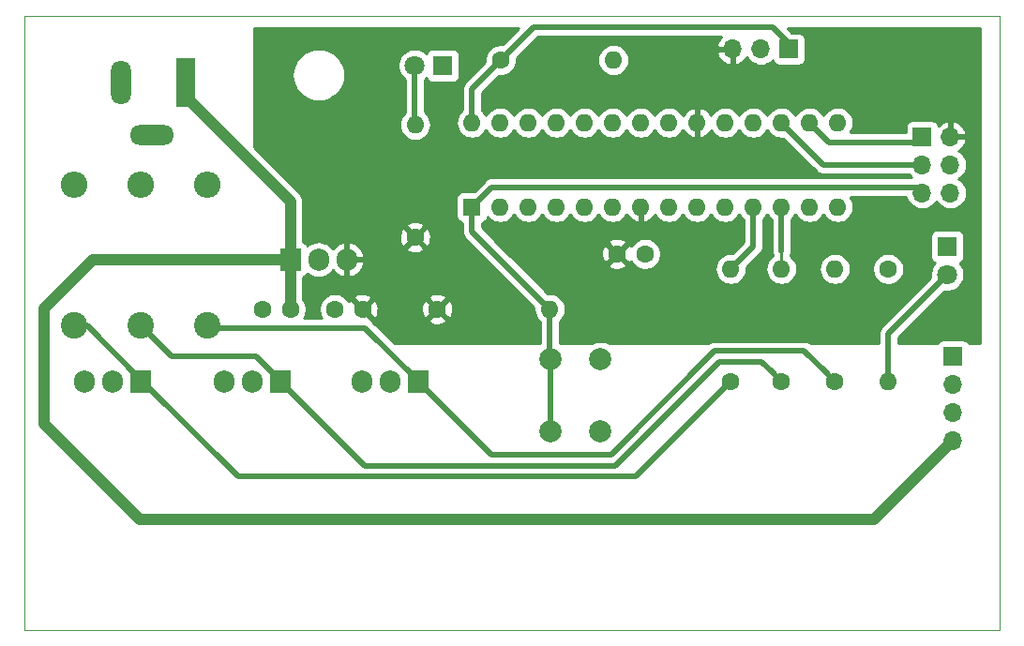
<source format=gbr>
G04 #@! TF.GenerationSoftware,KiCad,Pcbnew,(5.1.2)-2*
G04 #@! TF.CreationDate,2019-07-22T16:52:07+02:00*
G04 #@! TF.ProjectId,IR_RGB_LEDSTRIP_DRIVER,49525f52-4742-45f4-9c45-445354524950,rev?*
G04 #@! TF.SameCoordinates,Original*
G04 #@! TF.FileFunction,Copper,L1,Top*
G04 #@! TF.FilePolarity,Positive*
%FSLAX46Y46*%
G04 Gerber Fmt 4.6, Leading zero omitted, Abs format (unit mm)*
G04 Created by KiCad (PCBNEW (5.1.2)-2) date 2019-07-22 16:52:07*
%MOMM*%
%LPD*%
G04 APERTURE LIST*
G04 #@! TA.AperFunction,NonConductor*
%ADD10C,0.050000*%
G04 #@! TD*
G04 #@! TA.AperFunction,ComponentPad*
%ADD11R,1.800000X4.400000*%
G04 #@! TD*
G04 #@! TA.AperFunction,ComponentPad*
%ADD12O,1.800000X4.000000*%
G04 #@! TD*
G04 #@! TA.AperFunction,ComponentPad*
%ADD13O,4.000000X1.800000*%
G04 #@! TD*
G04 #@! TA.AperFunction,ComponentPad*
%ADD14O,1.700000X1.700000*%
G04 #@! TD*
G04 #@! TA.AperFunction,ComponentPad*
%ADD15R,1.700000X1.700000*%
G04 #@! TD*
G04 #@! TA.AperFunction,ComponentPad*
%ADD16O,1.600000X1.600000*%
G04 #@! TD*
G04 #@! TA.AperFunction,ComponentPad*
%ADD17C,1.600000*%
G04 #@! TD*
G04 #@! TA.AperFunction,ComponentPad*
%ADD18C,1.800000*%
G04 #@! TD*
G04 #@! TA.AperFunction,ComponentPad*
%ADD19R,1.800000X1.800000*%
G04 #@! TD*
G04 #@! TA.AperFunction,ComponentPad*
%ADD20O,2.400000X2.400000*%
G04 #@! TD*
G04 #@! TA.AperFunction,ComponentPad*
%ADD21C,2.400000*%
G04 #@! TD*
G04 #@! TA.AperFunction,ComponentPad*
%ADD22C,2.000000*%
G04 #@! TD*
G04 #@! TA.AperFunction,ComponentPad*
%ADD23R,1.600000X1.600000*%
G04 #@! TD*
G04 #@! TA.AperFunction,ComponentPad*
%ADD24O,1.905000X2.000000*%
G04 #@! TD*
G04 #@! TA.AperFunction,ComponentPad*
%ADD25R,1.905000X2.000000*%
G04 #@! TD*
G04 #@! TA.AperFunction,Conductor*
%ADD26C,1.000000*%
G04 #@! TD*
G04 #@! TA.AperFunction,Conductor*
%ADD27C,0.500000*%
G04 #@! TD*
G04 #@! TA.AperFunction,Conductor*
%ADD28C,0.254000*%
G04 #@! TD*
G04 APERTURE END LIST*
D10*
X88000000Y-55500000D02*
X88000000Y0D01*
X0Y-55500000D02*
X88000000Y-55500000D01*
X0Y0D02*
X0Y-55500000D01*
X82500000Y0D02*
X88000000Y0D01*
X0Y0D02*
X82500000Y0D01*
D11*
G04 #@! TO.P,J1,1*
G04 #@! TO.N,+12V*
X14500000Y-6000000D03*
D12*
G04 #@! TO.P,J1,2*
G04 #@! TO.N,GND*
X8700000Y-6000000D03*
D13*
G04 #@! TO.P,J1,3*
G04 #@! TO.N,N/C*
X11500000Y-10800000D03*
G04 #@! TD*
D14*
G04 #@! TO.P,J3,6*
G04 #@! TO.N,GND*
X83566000Y-16002000D03*
G04 #@! TO.P,J3,5*
G04 #@! TO.N,Net-(J3-Pad5)*
X81026000Y-16002000D03*
G04 #@! TO.P,J3,4*
G04 #@! TO.N,GREEN_SIGNAL*
X83566000Y-13462000D03*
G04 #@! TO.P,J3,3*
G04 #@! TO.N,Net-(J3-Pad3)*
X81026000Y-13462000D03*
G04 #@! TO.P,J3,2*
G04 #@! TO.N,VCC*
X83566000Y-10922000D03*
D15*
G04 #@! TO.P,J3,1*
G04 #@! TO.N,Net-(J3-Pad1)*
X81026000Y-10922000D03*
G04 #@! TD*
D16*
G04 #@! TO.P,R10,2*
G04 #@! TO.N,Net-(D2-Pad2)*
X77978000Y-33020000D03*
D17*
G04 #@! TO.P,R10,1*
G04 #@! TO.N,Net-(J3-Pad3)*
X77978000Y-22860000D03*
G04 #@! TD*
D16*
G04 #@! TO.P,R9,2*
G04 #@! TO.N,Net-(D1-Pad2)*
X35250000Y-9840000D03*
D17*
G04 #@! TO.P,R9,1*
G04 #@! TO.N,VCC*
X35250000Y-20000000D03*
G04 #@! TD*
D18*
G04 #@! TO.P,D2,2*
G04 #@! TO.N,Net-(D2-Pad2)*
X83312000Y-23368000D03*
D19*
G04 #@! TO.P,D2,1*
G04 #@! TO.N,GND*
X83312000Y-20828000D03*
G04 #@! TD*
D18*
G04 #@! TO.P,D1,2*
G04 #@! TO.N,Net-(D1-Pad2)*
X35210000Y-4500000D03*
D19*
G04 #@! TO.P,D1,1*
G04 #@! TO.N,GND*
X37750000Y-4500000D03*
G04 #@! TD*
D17*
G04 #@! TO.P,C1,2*
G04 #@! TO.N,GND*
X56000000Y-21500000D03*
G04 #@! TO.P,C1,1*
G04 #@! TO.N,VCC*
X53500000Y-21500000D03*
G04 #@! TD*
G04 #@! TO.P,C2,2*
G04 #@! TO.N,GND*
X28000000Y-26500000D03*
G04 #@! TO.P,C2,1*
G04 #@! TO.N,VCC*
X30500000Y-26500000D03*
G04 #@! TD*
G04 #@! TO.P,C3,2*
G04 #@! TO.N,GND*
X21500000Y-26500000D03*
G04 #@! TO.P,C3,1*
G04 #@! TO.N,+12V*
X24000000Y-26500000D03*
G04 #@! TD*
D14*
G04 #@! TO.P,J2,4*
G04 #@! TO.N,+12V*
X83820000Y-38354000D03*
G04 #@! TO.P,J2,3*
G04 #@! TO.N,Net-(J2-Pad3)*
X83820000Y-35814000D03*
G04 #@! TO.P,J2,2*
G04 #@! TO.N,Net-(J2-Pad2)*
X83820000Y-33274000D03*
D15*
G04 #@! TO.P,J2,1*
G04 #@! TO.N,Net-(J2-Pad1)*
X83820000Y-30734000D03*
G04 #@! TD*
D20*
G04 #@! TO.P,R1,2*
G04 #@! TO.N,GND*
X16500000Y-15300000D03*
D21*
G04 #@! TO.P,R1,1*
G04 #@! TO.N,Net-(Q1-Pad1)*
X16500000Y-28000000D03*
G04 #@! TD*
D20*
G04 #@! TO.P,R3,2*
G04 #@! TO.N,GND*
X10500000Y-15300000D03*
D21*
G04 #@! TO.P,R3,1*
G04 #@! TO.N,Net-(Q2-Pad1)*
X10500000Y-28000000D03*
G04 #@! TD*
D20*
G04 #@! TO.P,R5,2*
G04 #@! TO.N,GND*
X4500000Y-15300000D03*
D21*
G04 #@! TO.P,R5,1*
G04 #@! TO.N,Net-(Q3-Pad1)*
X4500000Y-28000000D03*
G04 #@! TD*
D22*
G04 #@! TO.P,SW1,1*
G04 #@! TO.N,Net-(J3-Pad5)*
X47500000Y-31000000D03*
G04 #@! TO.P,SW1,2*
G04 #@! TO.N,GND*
X52000000Y-31000000D03*
G04 #@! TO.P,SW1,1*
G04 #@! TO.N,Net-(J3-Pad5)*
X47500000Y-37500000D03*
G04 #@! TO.P,SW1,2*
G04 #@! TO.N,GND*
X52000000Y-37500000D03*
G04 #@! TD*
D14*
G04 #@! TO.P,U1,3*
G04 #@! TO.N,VCC*
X63920000Y-3000000D03*
G04 #@! TO.P,U1,2*
G04 #@! TO.N,GND*
X66460000Y-3000000D03*
D15*
G04 #@! TO.P,U1,1*
G04 #@! TO.N,Net-(R6-Pad1)*
X69000000Y-3000000D03*
G04 #@! TD*
D16*
G04 #@! TO.P,U3,28*
G04 #@! TO.N,Net-(R6-Pad1)*
X40386000Y-9652000D03*
G04 #@! TO.P,U3,14*
G04 #@! TO.N,Net-(U3-Pad14)*
X73406000Y-17272000D03*
G04 #@! TO.P,U3,27*
G04 #@! TO.N,Net-(U3-Pad27)*
X42926000Y-9652000D03*
G04 #@! TO.P,U3,13*
G04 #@! TO.N,Net-(U3-Pad13)*
X70866000Y-17272000D03*
G04 #@! TO.P,U3,26*
G04 #@! TO.N,Net-(U3-Pad26)*
X45466000Y-9652000D03*
G04 #@! TO.P,U3,12*
G04 #@! TO.N,RED_SIGNAL*
X68326000Y-17272000D03*
G04 #@! TO.P,U3,25*
G04 #@! TO.N,Net-(U3-Pad25)*
X48006000Y-9652000D03*
G04 #@! TO.P,U3,11*
G04 #@! TO.N,BLUE_SIGNAL*
X65786000Y-17272000D03*
G04 #@! TO.P,U3,24*
G04 #@! TO.N,Net-(U3-Pad24)*
X50546000Y-9652000D03*
G04 #@! TO.P,U3,10*
G04 #@! TO.N,Net-(U3-Pad10)*
X63246000Y-17272000D03*
G04 #@! TO.P,U3,23*
G04 #@! TO.N,Net-(U3-Pad23)*
X53086000Y-9652000D03*
G04 #@! TO.P,U3,9*
G04 #@! TO.N,Net-(U3-Pad9)*
X60706000Y-17272000D03*
G04 #@! TO.P,U3,22*
G04 #@! TO.N,GND*
X55626000Y-9652000D03*
G04 #@! TO.P,U3,8*
X58166000Y-17272000D03*
G04 #@! TO.P,U3,21*
X58166000Y-9652000D03*
G04 #@! TO.P,U3,7*
G04 #@! TO.N,VCC*
X55626000Y-17272000D03*
G04 #@! TO.P,U3,20*
X60706000Y-9652000D03*
G04 #@! TO.P,U3,6*
G04 #@! TO.N,Net-(U3-Pad6)*
X53086000Y-17272000D03*
G04 #@! TO.P,U3,19*
G04 #@! TO.N,Net-(U3-Pad19)*
X63246000Y-9652000D03*
G04 #@! TO.P,U3,5*
G04 #@! TO.N,Net-(U3-Pad5)*
X50546000Y-17272000D03*
G04 #@! TO.P,U3,18*
G04 #@! TO.N,Net-(U3-Pad18)*
X65786000Y-9652000D03*
G04 #@! TO.P,U3,4*
G04 #@! TO.N,Net-(U3-Pad4)*
X48006000Y-17272000D03*
G04 #@! TO.P,U3,17*
G04 #@! TO.N,Net-(J3-Pad3)*
X68326000Y-9652000D03*
G04 #@! TO.P,U3,3*
G04 #@! TO.N,Net-(U3-Pad3)*
X45466000Y-17272000D03*
G04 #@! TO.P,U3,16*
G04 #@! TO.N,Net-(J3-Pad1)*
X70866000Y-9652000D03*
G04 #@! TO.P,U3,2*
G04 #@! TO.N,Net-(U3-Pad2)*
X42926000Y-17272000D03*
G04 #@! TO.P,U3,15*
G04 #@! TO.N,GREEN_SIGNAL*
X73406000Y-9652000D03*
D23*
G04 #@! TO.P,U3,1*
G04 #@! TO.N,Net-(J3-Pad5)*
X40386000Y-17272000D03*
G04 #@! TD*
D24*
G04 #@! TO.P,Q1,3*
G04 #@! TO.N,GND*
X30420000Y-33000000D03*
G04 #@! TO.P,Q1,2*
G04 #@! TO.N,Net-(J2-Pad1)*
X32960000Y-33000000D03*
D25*
G04 #@! TO.P,Q1,1*
G04 #@! TO.N,Net-(Q1-Pad1)*
X35500000Y-33000000D03*
G04 #@! TD*
G04 #@! TO.P,Q2,1*
G04 #@! TO.N,Net-(Q2-Pad1)*
X23080000Y-33000000D03*
D24*
G04 #@! TO.P,Q2,2*
G04 #@! TO.N,Net-(J2-Pad2)*
X20540000Y-33000000D03*
G04 #@! TO.P,Q2,3*
G04 #@! TO.N,GND*
X18000000Y-33000000D03*
G04 #@! TD*
G04 #@! TO.P,Q3,3*
G04 #@! TO.N,GND*
X5420000Y-33000000D03*
G04 #@! TO.P,Q3,2*
G04 #@! TO.N,Net-(J2-Pad3)*
X7960000Y-33000000D03*
D25*
G04 #@! TO.P,Q3,1*
G04 #@! TO.N,Net-(Q3-Pad1)*
X10500000Y-33000000D03*
G04 #@! TD*
G04 #@! TO.P,U2,1*
G04 #@! TO.N,+12V*
X24000000Y-22000000D03*
D24*
G04 #@! TO.P,U2,2*
G04 #@! TO.N,GND*
X26540000Y-22000000D03*
G04 #@! TO.P,U2,3*
G04 #@! TO.N,VCC*
X29080000Y-22000000D03*
G04 #@! TD*
D16*
G04 #@! TO.P,R2,2*
G04 #@! TO.N,GREEN_SIGNAL*
X73152000Y-22860000D03*
D17*
G04 #@! TO.P,R2,1*
G04 #@! TO.N,Net-(Q1-Pad1)*
X73152000Y-33020000D03*
G04 #@! TD*
D16*
G04 #@! TO.P,R4,2*
G04 #@! TO.N,RED_SIGNAL*
X68326000Y-22860000D03*
D17*
G04 #@! TO.P,R4,1*
G04 #@! TO.N,Net-(Q2-Pad1)*
X68326000Y-33020000D03*
G04 #@! TD*
G04 #@! TO.P,R6,1*
G04 #@! TO.N,Net-(R6-Pad1)*
X43000000Y-4000000D03*
D16*
G04 #@! TO.P,R6,2*
G04 #@! TO.N,GND*
X53160000Y-4000000D03*
G04 #@! TD*
D17*
G04 #@! TO.P,R7,1*
G04 #@! TO.N,VCC*
X37250000Y-26500000D03*
D16*
G04 #@! TO.P,R7,2*
G04 #@! TO.N,Net-(J3-Pad5)*
X47410000Y-26500000D03*
G04 #@! TD*
D17*
G04 #@! TO.P,R8,1*
G04 #@! TO.N,Net-(Q3-Pad1)*
X63754000Y-33020000D03*
D16*
G04 #@! TO.P,R8,2*
G04 #@! TO.N,BLUE_SIGNAL*
X63754000Y-22860000D03*
G04 #@! TD*
D26*
G04 #@! TO.N,+12V*
X24000000Y-20800000D02*
X24000000Y-22000000D01*
X24000000Y-16800000D02*
X24000000Y-20800000D01*
X14500000Y-7300000D02*
X24000000Y-16800000D01*
X14500000Y-6000000D02*
X14500000Y-7300000D01*
X24000000Y-22000000D02*
X24000000Y-26500000D01*
X22793500Y-22000000D02*
X24000000Y-22000000D01*
X76708000Y-45466000D02*
X10414000Y-45466000D01*
X83820000Y-38354000D02*
X76708000Y-45466000D01*
X10414000Y-45466000D02*
X1778000Y-36830000D01*
X1778000Y-36830000D02*
X1778000Y-26416000D01*
X1778000Y-26416000D02*
X6194000Y-22000000D01*
X6194000Y-22000000D02*
X22793500Y-22000000D01*
D27*
G04 #@! TO.N,Net-(J3-Pad1)*
X72644000Y-11430000D02*
X70866000Y-9652000D01*
X81026000Y-10922000D02*
X80518000Y-11430000D01*
X80518000Y-11430000D02*
X72644000Y-11430000D01*
G04 #@! TO.N,Net-(J3-Pad3)*
X72136000Y-13462000D02*
X68326000Y-9652000D01*
X81026000Y-13462000D02*
X72136000Y-13462000D01*
G04 #@! TO.N,Net-(J3-Pad5)*
X47410000Y-30910000D02*
X47500000Y-31000000D01*
X47410000Y-26500000D02*
X47410000Y-30910000D01*
X47500000Y-31000000D02*
X47500000Y-37500000D01*
X40386000Y-19476000D02*
X47410000Y-26500000D01*
X40386000Y-17272000D02*
X40386000Y-19476000D01*
X42164000Y-15494000D02*
X40386000Y-17272000D01*
X81026000Y-16002000D02*
X80518000Y-15494000D01*
X80518000Y-15494000D02*
X42164000Y-15494000D01*
G04 #@! TO.N,Net-(Q1-Pad1)*
X35500000Y-32952500D02*
X35500000Y-33000000D01*
X30741500Y-28194000D02*
X35500000Y-32952500D01*
X16500000Y-28000000D02*
X16694000Y-28194000D01*
X16694000Y-28194000D02*
X30741500Y-28194000D01*
X72352001Y-32220001D02*
X73152000Y-33020000D01*
X35540000Y-33000000D02*
X42164000Y-39624000D01*
X35500000Y-33000000D02*
X35540000Y-33000000D01*
X42164000Y-39624000D02*
X52941772Y-39624000D01*
X52941772Y-39624000D02*
X62323782Y-30241989D01*
X62323782Y-30241989D02*
X70373989Y-30241989D01*
X70373989Y-30241989D02*
X72352001Y-32220001D01*
G04 #@! TO.N,Net-(Q2-Pad1)*
X23080000Y-32952500D02*
X23080000Y-33000000D01*
X20877500Y-30750000D02*
X23080000Y-32952500D01*
X10500000Y-28000000D02*
X13250000Y-30750000D01*
X13250000Y-30750000D02*
X20877500Y-30750000D01*
X23080000Y-33000000D02*
X23094000Y-33000000D01*
X23094000Y-33000000D02*
X30718011Y-40624011D01*
X30718011Y-40624011D02*
X53355989Y-40624011D01*
X53355989Y-40624011D02*
X62738000Y-31242000D01*
X62738000Y-31242000D02*
X66548000Y-31242000D01*
X67526001Y-32220001D02*
X68326000Y-33020000D01*
X66548000Y-31242000D02*
X67526001Y-32220001D01*
G04 #@! TO.N,Net-(Q3-Pad1)*
X62954001Y-33819999D02*
X63754000Y-33020000D01*
X55149978Y-41624022D02*
X62954001Y-33819999D01*
X19272022Y-41624022D02*
X55149978Y-41624022D01*
X10500000Y-33000000D02*
X10648000Y-33000000D01*
X10648000Y-33000000D02*
X19272022Y-41624022D01*
X10500000Y-32852000D02*
X5648000Y-28000000D01*
X10500000Y-33000000D02*
X10500000Y-32852000D01*
X5648000Y-28000000D02*
X4500000Y-28000000D01*
G04 #@! TO.N,RED_SIGNAL*
X68326000Y-21264000D02*
X68326000Y-17272000D01*
D28*
X68326000Y-21264000D02*
X68326000Y-22860000D01*
D27*
G04 #@! TO.N,Net-(R6-Pad1)*
X40386000Y-6614000D02*
X40386000Y-9652000D01*
X43000000Y-4000000D02*
X40386000Y-6614000D01*
X45984000Y-1016000D02*
X43000000Y-4000000D01*
X67516000Y-1016000D02*
X45984000Y-1016000D01*
X69000000Y-3000000D02*
X69000000Y-2500000D01*
X69000000Y-2500000D02*
X67516000Y-1016000D01*
G04 #@! TO.N,BLUE_SIGNAL*
X65786000Y-20828000D02*
X63754000Y-22860000D01*
X65786000Y-17272000D02*
X65786000Y-20828000D01*
D28*
G04 #@! TO.N,Net-(D1-Pad2)*
X35210000Y-9800000D02*
X35250000Y-9840000D01*
D27*
X35210000Y-4500000D02*
X35210000Y-9800000D01*
G04 #@! TO.N,Net-(D2-Pad2)*
X77978000Y-28702000D02*
X83312000Y-23368000D01*
X77978000Y-33020000D02*
X77978000Y-28702000D01*
G04 #@! TD*
D28*
G04 #@! TO.N,VCC*
G36*
X43176439Y-2571983D02*
G01*
X43141335Y-2565000D01*
X42858665Y-2565000D01*
X42581426Y-2620147D01*
X42320273Y-2728320D01*
X42085241Y-2885363D01*
X41885363Y-3085241D01*
X41728320Y-3320273D01*
X41620147Y-3581426D01*
X41565000Y-3858665D01*
X41565000Y-4141335D01*
X41571983Y-4176439D01*
X39790956Y-5957466D01*
X39757183Y-5985183D01*
X39646589Y-6119942D01*
X39564411Y-6273688D01*
X39513805Y-6440511D01*
X39501000Y-6570524D01*
X39501000Y-6570531D01*
X39496719Y-6614000D01*
X39501000Y-6657469D01*
X39501001Y-8521922D01*
X39366392Y-8632392D01*
X39187068Y-8850899D01*
X39053818Y-9100192D01*
X38971764Y-9370691D01*
X38944057Y-9652000D01*
X38971764Y-9933309D01*
X39053818Y-10203808D01*
X39187068Y-10453101D01*
X39366392Y-10671608D01*
X39584899Y-10850932D01*
X39834192Y-10984182D01*
X40104691Y-11066236D01*
X40315508Y-11087000D01*
X40456492Y-11087000D01*
X40667309Y-11066236D01*
X40937808Y-10984182D01*
X41187101Y-10850932D01*
X41405608Y-10671608D01*
X41584932Y-10453101D01*
X41656000Y-10320142D01*
X41727068Y-10453101D01*
X41906392Y-10671608D01*
X42124899Y-10850932D01*
X42374192Y-10984182D01*
X42644691Y-11066236D01*
X42855508Y-11087000D01*
X42996492Y-11087000D01*
X43207309Y-11066236D01*
X43477808Y-10984182D01*
X43727101Y-10850932D01*
X43945608Y-10671608D01*
X44124932Y-10453101D01*
X44196000Y-10320142D01*
X44267068Y-10453101D01*
X44446392Y-10671608D01*
X44664899Y-10850932D01*
X44914192Y-10984182D01*
X45184691Y-11066236D01*
X45395508Y-11087000D01*
X45536492Y-11087000D01*
X45747309Y-11066236D01*
X46017808Y-10984182D01*
X46267101Y-10850932D01*
X46485608Y-10671608D01*
X46664932Y-10453101D01*
X46736000Y-10320142D01*
X46807068Y-10453101D01*
X46986392Y-10671608D01*
X47204899Y-10850932D01*
X47454192Y-10984182D01*
X47724691Y-11066236D01*
X47935508Y-11087000D01*
X48076492Y-11087000D01*
X48287309Y-11066236D01*
X48557808Y-10984182D01*
X48807101Y-10850932D01*
X49025608Y-10671608D01*
X49204932Y-10453101D01*
X49276000Y-10320142D01*
X49347068Y-10453101D01*
X49526392Y-10671608D01*
X49744899Y-10850932D01*
X49994192Y-10984182D01*
X50264691Y-11066236D01*
X50475508Y-11087000D01*
X50616492Y-11087000D01*
X50827309Y-11066236D01*
X51097808Y-10984182D01*
X51347101Y-10850932D01*
X51565608Y-10671608D01*
X51744932Y-10453101D01*
X51816000Y-10320142D01*
X51887068Y-10453101D01*
X52066392Y-10671608D01*
X52284899Y-10850932D01*
X52534192Y-10984182D01*
X52804691Y-11066236D01*
X53015508Y-11087000D01*
X53156492Y-11087000D01*
X53367309Y-11066236D01*
X53637808Y-10984182D01*
X53887101Y-10850932D01*
X54105608Y-10671608D01*
X54284932Y-10453101D01*
X54356000Y-10320142D01*
X54427068Y-10453101D01*
X54606392Y-10671608D01*
X54824899Y-10850932D01*
X55074192Y-10984182D01*
X55344691Y-11066236D01*
X55555508Y-11087000D01*
X55696492Y-11087000D01*
X55907309Y-11066236D01*
X56177808Y-10984182D01*
X56427101Y-10850932D01*
X56645608Y-10671608D01*
X56824932Y-10453101D01*
X56896000Y-10320142D01*
X56967068Y-10453101D01*
X57146392Y-10671608D01*
X57364899Y-10850932D01*
X57614192Y-10984182D01*
X57884691Y-11066236D01*
X58095508Y-11087000D01*
X58236492Y-11087000D01*
X58447309Y-11066236D01*
X58717808Y-10984182D01*
X58967101Y-10850932D01*
X59185608Y-10671608D01*
X59364932Y-10453101D01*
X59438579Y-10315318D01*
X59553615Y-10507131D01*
X59742586Y-10715519D01*
X59968580Y-10883037D01*
X60222913Y-11003246D01*
X60356961Y-11043904D01*
X60579000Y-10921915D01*
X60579000Y-9779000D01*
X60559000Y-9779000D01*
X60559000Y-9525000D01*
X60579000Y-9525000D01*
X60579000Y-8382085D01*
X60356961Y-8260096D01*
X60222913Y-8300754D01*
X59968580Y-8420963D01*
X59742586Y-8588481D01*
X59553615Y-8796869D01*
X59438579Y-8988682D01*
X59364932Y-8850899D01*
X59185608Y-8632392D01*
X58967101Y-8453068D01*
X58717808Y-8319818D01*
X58447309Y-8237764D01*
X58236492Y-8217000D01*
X58095508Y-8217000D01*
X57884691Y-8237764D01*
X57614192Y-8319818D01*
X57364899Y-8453068D01*
X57146392Y-8632392D01*
X56967068Y-8850899D01*
X56896000Y-8983858D01*
X56824932Y-8850899D01*
X56645608Y-8632392D01*
X56427101Y-8453068D01*
X56177808Y-8319818D01*
X55907309Y-8237764D01*
X55696492Y-8217000D01*
X55555508Y-8217000D01*
X55344691Y-8237764D01*
X55074192Y-8319818D01*
X54824899Y-8453068D01*
X54606392Y-8632392D01*
X54427068Y-8850899D01*
X54356000Y-8983858D01*
X54284932Y-8850899D01*
X54105608Y-8632392D01*
X53887101Y-8453068D01*
X53637808Y-8319818D01*
X53367309Y-8237764D01*
X53156492Y-8217000D01*
X53015508Y-8217000D01*
X52804691Y-8237764D01*
X52534192Y-8319818D01*
X52284899Y-8453068D01*
X52066392Y-8632392D01*
X51887068Y-8850899D01*
X51816000Y-8983858D01*
X51744932Y-8850899D01*
X51565608Y-8632392D01*
X51347101Y-8453068D01*
X51097808Y-8319818D01*
X50827309Y-8237764D01*
X50616492Y-8217000D01*
X50475508Y-8217000D01*
X50264691Y-8237764D01*
X49994192Y-8319818D01*
X49744899Y-8453068D01*
X49526392Y-8632392D01*
X49347068Y-8850899D01*
X49276000Y-8983858D01*
X49204932Y-8850899D01*
X49025608Y-8632392D01*
X48807101Y-8453068D01*
X48557808Y-8319818D01*
X48287309Y-8237764D01*
X48076492Y-8217000D01*
X47935508Y-8217000D01*
X47724691Y-8237764D01*
X47454192Y-8319818D01*
X47204899Y-8453068D01*
X46986392Y-8632392D01*
X46807068Y-8850899D01*
X46736000Y-8983858D01*
X46664932Y-8850899D01*
X46485608Y-8632392D01*
X46267101Y-8453068D01*
X46017808Y-8319818D01*
X45747309Y-8237764D01*
X45536492Y-8217000D01*
X45395508Y-8217000D01*
X45184691Y-8237764D01*
X44914192Y-8319818D01*
X44664899Y-8453068D01*
X44446392Y-8632392D01*
X44267068Y-8850899D01*
X44196000Y-8983858D01*
X44124932Y-8850899D01*
X43945608Y-8632392D01*
X43727101Y-8453068D01*
X43477808Y-8319818D01*
X43207309Y-8237764D01*
X42996492Y-8217000D01*
X42855508Y-8217000D01*
X42644691Y-8237764D01*
X42374192Y-8319818D01*
X42124899Y-8453068D01*
X41906392Y-8632392D01*
X41727068Y-8850899D01*
X41656000Y-8983858D01*
X41584932Y-8850899D01*
X41405608Y-8632392D01*
X41271000Y-8521922D01*
X41271000Y-6980578D01*
X42823561Y-5428017D01*
X42858665Y-5435000D01*
X43141335Y-5435000D01*
X43418574Y-5379853D01*
X43679727Y-5271680D01*
X43914759Y-5114637D01*
X44114637Y-4914759D01*
X44271680Y-4679727D01*
X44379853Y-4418574D01*
X44435000Y-4141335D01*
X44435000Y-4000000D01*
X51718057Y-4000000D01*
X51745764Y-4281309D01*
X51827818Y-4551808D01*
X51961068Y-4801101D01*
X52140392Y-5019608D01*
X52358899Y-5198932D01*
X52608192Y-5332182D01*
X52878691Y-5414236D01*
X53089508Y-5435000D01*
X53230492Y-5435000D01*
X53441309Y-5414236D01*
X53711808Y-5332182D01*
X53961101Y-5198932D01*
X54179608Y-5019608D01*
X54358932Y-4801101D01*
X54492182Y-4551808D01*
X54574236Y-4281309D01*
X54601943Y-4000000D01*
X54574236Y-3718691D01*
X54492182Y-3448192D01*
X54443381Y-3356891D01*
X62478519Y-3356891D01*
X62575843Y-3631252D01*
X62724822Y-3881355D01*
X62919731Y-4097588D01*
X63153080Y-4271641D01*
X63415901Y-4396825D01*
X63563110Y-4441476D01*
X63793000Y-4320155D01*
X63793000Y-3127000D01*
X62599186Y-3127000D01*
X62478519Y-3356891D01*
X54443381Y-3356891D01*
X54358932Y-3198899D01*
X54179608Y-2980392D01*
X53961101Y-2801068D01*
X53711808Y-2667818D01*
X53441309Y-2585764D01*
X53230492Y-2565000D01*
X53089508Y-2565000D01*
X52878691Y-2585764D01*
X52608192Y-2667818D01*
X52358899Y-2801068D01*
X52140392Y-2980392D01*
X51961068Y-3198899D01*
X51827818Y-3448192D01*
X51745764Y-3718691D01*
X51718057Y-4000000D01*
X44435000Y-4000000D01*
X44435000Y-3858665D01*
X44428017Y-3823561D01*
X46350579Y-1901000D01*
X62921624Y-1901000D01*
X62919731Y-1902412D01*
X62724822Y-2118645D01*
X62575843Y-2368748D01*
X62478519Y-2643109D01*
X62599186Y-2873000D01*
X63793000Y-2873000D01*
X63793000Y-2853000D01*
X64047000Y-2853000D01*
X64047000Y-2873000D01*
X64067000Y-2873000D01*
X64067000Y-3127000D01*
X64047000Y-3127000D01*
X64047000Y-4320155D01*
X64276890Y-4441476D01*
X64424099Y-4396825D01*
X64686920Y-4271641D01*
X64920269Y-4097588D01*
X65115178Y-3881355D01*
X65184799Y-3764477D01*
X65219294Y-3829014D01*
X65404866Y-4055134D01*
X65630986Y-4240706D01*
X65888966Y-4378599D01*
X66168889Y-4463513D01*
X66387050Y-4485000D01*
X66532950Y-4485000D01*
X66751111Y-4463513D01*
X67031034Y-4378599D01*
X67289014Y-4240706D01*
X67515134Y-4055134D01*
X67539607Y-4025313D01*
X67560498Y-4094180D01*
X67619463Y-4204494D01*
X67698815Y-4301185D01*
X67795506Y-4380537D01*
X67905820Y-4439502D01*
X68025518Y-4475812D01*
X68150000Y-4488072D01*
X69850000Y-4488072D01*
X69974482Y-4475812D01*
X70094180Y-4439502D01*
X70204494Y-4380537D01*
X70301185Y-4301185D01*
X70380537Y-4204494D01*
X70439502Y-4094180D01*
X70475812Y-3974482D01*
X70488072Y-3850000D01*
X70488072Y-2150000D01*
X70475812Y-2025518D01*
X70439502Y-1905820D01*
X70380537Y-1795506D01*
X70301185Y-1698815D01*
X70204494Y-1619463D01*
X70094180Y-1560498D01*
X69974482Y-1524188D01*
X69850000Y-1511928D01*
X69263507Y-1511928D01*
X68894579Y-1143000D01*
X86233000Y-1143000D01*
X86233000Y-29591000D01*
X85233407Y-29591000D01*
X85200537Y-29529506D01*
X85121185Y-29432815D01*
X85024494Y-29353463D01*
X84914180Y-29294498D01*
X84794482Y-29258188D01*
X84670000Y-29245928D01*
X82970000Y-29245928D01*
X82845518Y-29258188D01*
X82725820Y-29294498D01*
X82615506Y-29353463D01*
X82518815Y-29432815D01*
X82439463Y-29529506D01*
X82406593Y-29591000D01*
X78863000Y-29591000D01*
X78863000Y-29068578D01*
X83050518Y-24881061D01*
X83160816Y-24903000D01*
X83463184Y-24903000D01*
X83759743Y-24844011D01*
X84039095Y-24728299D01*
X84290505Y-24560312D01*
X84504312Y-24346505D01*
X84672299Y-24095095D01*
X84788011Y-23815743D01*
X84847000Y-23519184D01*
X84847000Y-23216816D01*
X84788011Y-22920257D01*
X84672299Y-22640905D01*
X84504312Y-22389495D01*
X84437873Y-22323056D01*
X84456180Y-22317502D01*
X84566494Y-22258537D01*
X84663185Y-22179185D01*
X84742537Y-22082494D01*
X84801502Y-21972180D01*
X84837812Y-21852482D01*
X84850072Y-21728000D01*
X84850072Y-19928000D01*
X84837812Y-19803518D01*
X84801502Y-19683820D01*
X84742537Y-19573506D01*
X84663185Y-19476815D01*
X84566494Y-19397463D01*
X84456180Y-19338498D01*
X84336482Y-19302188D01*
X84212000Y-19289928D01*
X82412000Y-19289928D01*
X82287518Y-19302188D01*
X82167820Y-19338498D01*
X82057506Y-19397463D01*
X81960815Y-19476815D01*
X81881463Y-19573506D01*
X81822498Y-19683820D01*
X81786188Y-19803518D01*
X81773928Y-19928000D01*
X81773928Y-21728000D01*
X81786188Y-21852482D01*
X81822498Y-21972180D01*
X81881463Y-22082494D01*
X81960815Y-22179185D01*
X82057506Y-22258537D01*
X82167820Y-22317502D01*
X82186127Y-22323056D01*
X82119688Y-22389495D01*
X81951701Y-22640905D01*
X81835989Y-22920257D01*
X81777000Y-23216816D01*
X81777000Y-23519184D01*
X81798939Y-23629482D01*
X77382952Y-28045470D01*
X77349184Y-28073183D01*
X77321471Y-28106951D01*
X77321468Y-28106954D01*
X77238590Y-28207941D01*
X77156412Y-28361687D01*
X77105805Y-28528510D01*
X77088719Y-28702000D01*
X77093001Y-28745479D01*
X77093001Y-29591000D01*
X70975790Y-29591000D01*
X70868048Y-29502578D01*
X70714302Y-29420400D01*
X70547479Y-29369794D01*
X70417466Y-29356989D01*
X70417458Y-29356989D01*
X70373989Y-29352708D01*
X70330520Y-29356989D01*
X62367247Y-29356989D01*
X62323781Y-29352708D01*
X62280315Y-29356989D01*
X62280305Y-29356989D01*
X62150292Y-29369794D01*
X61983469Y-29420400D01*
X61829723Y-29502578D01*
X61829721Y-29502579D01*
X61829722Y-29502579D01*
X61728734Y-29585457D01*
X61728727Y-29585464D01*
X61721981Y-29591000D01*
X52834204Y-29591000D01*
X52774463Y-29551082D01*
X52476912Y-29427832D01*
X52161033Y-29365000D01*
X51838967Y-29365000D01*
X51523088Y-29427832D01*
X51225537Y-29551082D01*
X51165796Y-29591000D01*
X48334205Y-29591000D01*
X48295000Y-29564804D01*
X48295000Y-27630078D01*
X48429608Y-27519608D01*
X48608932Y-27301101D01*
X48742182Y-27051808D01*
X48824236Y-26781309D01*
X48851943Y-26500000D01*
X48824236Y-26218691D01*
X48742182Y-25948192D01*
X48608932Y-25698899D01*
X48429608Y-25480392D01*
X48211101Y-25301068D01*
X47961808Y-25167818D01*
X47691309Y-25085764D01*
X47480492Y-25065000D01*
X47339508Y-25065000D01*
X47236704Y-25075125D01*
X44654281Y-22492702D01*
X52686903Y-22492702D01*
X52758486Y-22736671D01*
X53013996Y-22857571D01*
X53288184Y-22926300D01*
X53570512Y-22940217D01*
X53850130Y-22898787D01*
X54116292Y-22803603D01*
X54241514Y-22736671D01*
X54313097Y-22492702D01*
X53500000Y-21679605D01*
X52686903Y-22492702D01*
X44654281Y-22492702D01*
X43732091Y-21570512D01*
X52059783Y-21570512D01*
X52101213Y-21850130D01*
X52196397Y-22116292D01*
X52263329Y-22241514D01*
X52507298Y-22313097D01*
X53320395Y-21500000D01*
X53679605Y-21500000D01*
X54492702Y-22313097D01*
X54736671Y-22241514D01*
X54750324Y-22212659D01*
X54885363Y-22414759D01*
X55085241Y-22614637D01*
X55320273Y-22771680D01*
X55581426Y-22879853D01*
X55858665Y-22935000D01*
X56141335Y-22935000D01*
X56418574Y-22879853D01*
X56679727Y-22771680D01*
X56914759Y-22614637D01*
X57114637Y-22414759D01*
X57271680Y-22179727D01*
X57379853Y-21918574D01*
X57435000Y-21641335D01*
X57435000Y-21358665D01*
X57379853Y-21081426D01*
X57271680Y-20820273D01*
X57114637Y-20585241D01*
X56914759Y-20385363D01*
X56679727Y-20228320D01*
X56418574Y-20120147D01*
X56141335Y-20065000D01*
X55858665Y-20065000D01*
X55581426Y-20120147D01*
X55320273Y-20228320D01*
X55085241Y-20385363D01*
X54885363Y-20585241D01*
X54751308Y-20785869D01*
X54736671Y-20758486D01*
X54492702Y-20686903D01*
X53679605Y-21500000D01*
X53320395Y-21500000D01*
X52507298Y-20686903D01*
X52263329Y-20758486D01*
X52142429Y-21013996D01*
X52073700Y-21288184D01*
X52059783Y-21570512D01*
X43732091Y-21570512D01*
X42668877Y-20507298D01*
X52686903Y-20507298D01*
X53500000Y-21320395D01*
X54313097Y-20507298D01*
X54241514Y-20263329D01*
X53986004Y-20142429D01*
X53711816Y-20073700D01*
X53429488Y-20059783D01*
X53149870Y-20101213D01*
X52883708Y-20196397D01*
X52758486Y-20263329D01*
X52686903Y-20507298D01*
X42668877Y-20507298D01*
X41271000Y-19109422D01*
X41271000Y-18701701D01*
X41310482Y-18697812D01*
X41430180Y-18661502D01*
X41540494Y-18602537D01*
X41637185Y-18523185D01*
X41716537Y-18426494D01*
X41775502Y-18316180D01*
X41811812Y-18196482D01*
X41813581Y-18178518D01*
X41906392Y-18291608D01*
X42124899Y-18470932D01*
X42374192Y-18604182D01*
X42644691Y-18686236D01*
X42855508Y-18707000D01*
X42996492Y-18707000D01*
X43207309Y-18686236D01*
X43477808Y-18604182D01*
X43727101Y-18470932D01*
X43945608Y-18291608D01*
X44124932Y-18073101D01*
X44196000Y-17940142D01*
X44267068Y-18073101D01*
X44446392Y-18291608D01*
X44664899Y-18470932D01*
X44914192Y-18604182D01*
X45184691Y-18686236D01*
X45395508Y-18707000D01*
X45536492Y-18707000D01*
X45747309Y-18686236D01*
X46017808Y-18604182D01*
X46267101Y-18470932D01*
X46485608Y-18291608D01*
X46664932Y-18073101D01*
X46736000Y-17940142D01*
X46807068Y-18073101D01*
X46986392Y-18291608D01*
X47204899Y-18470932D01*
X47454192Y-18604182D01*
X47724691Y-18686236D01*
X47935508Y-18707000D01*
X48076492Y-18707000D01*
X48287309Y-18686236D01*
X48557808Y-18604182D01*
X48807101Y-18470932D01*
X49025608Y-18291608D01*
X49204932Y-18073101D01*
X49276000Y-17940142D01*
X49347068Y-18073101D01*
X49526392Y-18291608D01*
X49744899Y-18470932D01*
X49994192Y-18604182D01*
X50264691Y-18686236D01*
X50475508Y-18707000D01*
X50616492Y-18707000D01*
X50827309Y-18686236D01*
X51097808Y-18604182D01*
X51347101Y-18470932D01*
X51565608Y-18291608D01*
X51744932Y-18073101D01*
X51816000Y-17940142D01*
X51887068Y-18073101D01*
X52066392Y-18291608D01*
X52284899Y-18470932D01*
X52534192Y-18604182D01*
X52804691Y-18686236D01*
X53015508Y-18707000D01*
X53156492Y-18707000D01*
X53367309Y-18686236D01*
X53637808Y-18604182D01*
X53887101Y-18470932D01*
X54105608Y-18291608D01*
X54284932Y-18073101D01*
X54358579Y-17935318D01*
X54473615Y-18127131D01*
X54662586Y-18335519D01*
X54888580Y-18503037D01*
X55142913Y-18623246D01*
X55276961Y-18663904D01*
X55499000Y-18541915D01*
X55499000Y-17399000D01*
X55479000Y-17399000D01*
X55479000Y-17145000D01*
X55499000Y-17145000D01*
X55499000Y-17125000D01*
X55753000Y-17125000D01*
X55753000Y-17145000D01*
X55773000Y-17145000D01*
X55773000Y-17399000D01*
X55753000Y-17399000D01*
X55753000Y-18541915D01*
X55975039Y-18663904D01*
X56109087Y-18623246D01*
X56363420Y-18503037D01*
X56589414Y-18335519D01*
X56778385Y-18127131D01*
X56893421Y-17935318D01*
X56967068Y-18073101D01*
X57146392Y-18291608D01*
X57364899Y-18470932D01*
X57614192Y-18604182D01*
X57884691Y-18686236D01*
X58095508Y-18707000D01*
X58236492Y-18707000D01*
X58447309Y-18686236D01*
X58717808Y-18604182D01*
X58967101Y-18470932D01*
X59185608Y-18291608D01*
X59364932Y-18073101D01*
X59436000Y-17940142D01*
X59507068Y-18073101D01*
X59686392Y-18291608D01*
X59904899Y-18470932D01*
X60154192Y-18604182D01*
X60424691Y-18686236D01*
X60635508Y-18707000D01*
X60776492Y-18707000D01*
X60987309Y-18686236D01*
X61257808Y-18604182D01*
X61507101Y-18470932D01*
X61725608Y-18291608D01*
X61904932Y-18073101D01*
X61976000Y-17940142D01*
X62047068Y-18073101D01*
X62226392Y-18291608D01*
X62444899Y-18470932D01*
X62694192Y-18604182D01*
X62964691Y-18686236D01*
X63175508Y-18707000D01*
X63316492Y-18707000D01*
X63527309Y-18686236D01*
X63797808Y-18604182D01*
X64047101Y-18470932D01*
X64265608Y-18291608D01*
X64444932Y-18073101D01*
X64516000Y-17940142D01*
X64587068Y-18073101D01*
X64766392Y-18291608D01*
X64901000Y-18402078D01*
X64901001Y-20461420D01*
X63927296Y-21435125D01*
X63824492Y-21425000D01*
X63683508Y-21425000D01*
X63472691Y-21445764D01*
X63202192Y-21527818D01*
X62952899Y-21661068D01*
X62734392Y-21840392D01*
X62555068Y-22058899D01*
X62421818Y-22308192D01*
X62339764Y-22578691D01*
X62312057Y-22860000D01*
X62339764Y-23141309D01*
X62421818Y-23411808D01*
X62555068Y-23661101D01*
X62734392Y-23879608D01*
X62952899Y-24058932D01*
X63202192Y-24192182D01*
X63472691Y-24274236D01*
X63683508Y-24295000D01*
X63824492Y-24295000D01*
X64035309Y-24274236D01*
X64305808Y-24192182D01*
X64555101Y-24058932D01*
X64773608Y-23879608D01*
X64952932Y-23661101D01*
X65086182Y-23411808D01*
X65168236Y-23141309D01*
X65195943Y-22860000D01*
X65178875Y-22686704D01*
X66381049Y-21484530D01*
X66414817Y-21456817D01*
X66462442Y-21398787D01*
X66525410Y-21322060D01*
X66533205Y-21307477D01*
X66607589Y-21168313D01*
X66651822Y-21022499D01*
X66658195Y-21001491D01*
X66670020Y-20881423D01*
X66671000Y-20871477D01*
X66671000Y-20871469D01*
X66675281Y-20828000D01*
X66671000Y-20784531D01*
X66671000Y-18402078D01*
X66805608Y-18291608D01*
X66984932Y-18073101D01*
X67056000Y-17940142D01*
X67127068Y-18073101D01*
X67306392Y-18291608D01*
X67441001Y-18402078D01*
X67441000Y-21307476D01*
X67453805Y-21437489D01*
X67504411Y-21604312D01*
X67532559Y-21656974D01*
X67524899Y-21661068D01*
X67306392Y-21840392D01*
X67127068Y-22058899D01*
X66993818Y-22308192D01*
X66911764Y-22578691D01*
X66884057Y-22860000D01*
X66911764Y-23141309D01*
X66993818Y-23411808D01*
X67127068Y-23661101D01*
X67306392Y-23879608D01*
X67524899Y-24058932D01*
X67774192Y-24192182D01*
X68044691Y-24274236D01*
X68255508Y-24295000D01*
X68396492Y-24295000D01*
X68607309Y-24274236D01*
X68877808Y-24192182D01*
X69127101Y-24058932D01*
X69345608Y-23879608D01*
X69524932Y-23661101D01*
X69658182Y-23411808D01*
X69740236Y-23141309D01*
X69767943Y-22860000D01*
X71710057Y-22860000D01*
X71737764Y-23141309D01*
X71819818Y-23411808D01*
X71953068Y-23661101D01*
X72132392Y-23879608D01*
X72350899Y-24058932D01*
X72600192Y-24192182D01*
X72870691Y-24274236D01*
X73081508Y-24295000D01*
X73222492Y-24295000D01*
X73433309Y-24274236D01*
X73703808Y-24192182D01*
X73953101Y-24058932D01*
X74171608Y-23879608D01*
X74350932Y-23661101D01*
X74484182Y-23411808D01*
X74566236Y-23141309D01*
X74593943Y-22860000D01*
X74580023Y-22718665D01*
X76543000Y-22718665D01*
X76543000Y-23001335D01*
X76598147Y-23278574D01*
X76706320Y-23539727D01*
X76863363Y-23774759D01*
X77063241Y-23974637D01*
X77298273Y-24131680D01*
X77559426Y-24239853D01*
X77836665Y-24295000D01*
X78119335Y-24295000D01*
X78396574Y-24239853D01*
X78657727Y-24131680D01*
X78892759Y-23974637D01*
X79092637Y-23774759D01*
X79249680Y-23539727D01*
X79357853Y-23278574D01*
X79413000Y-23001335D01*
X79413000Y-22718665D01*
X79357853Y-22441426D01*
X79249680Y-22180273D01*
X79092637Y-21945241D01*
X78892759Y-21745363D01*
X78657727Y-21588320D01*
X78396574Y-21480147D01*
X78119335Y-21425000D01*
X77836665Y-21425000D01*
X77559426Y-21480147D01*
X77298273Y-21588320D01*
X77063241Y-21745363D01*
X76863363Y-21945241D01*
X76706320Y-22180273D01*
X76598147Y-22441426D01*
X76543000Y-22718665D01*
X74580023Y-22718665D01*
X74566236Y-22578691D01*
X74484182Y-22308192D01*
X74350932Y-22058899D01*
X74171608Y-21840392D01*
X73953101Y-21661068D01*
X73703808Y-21527818D01*
X73433309Y-21445764D01*
X73222492Y-21425000D01*
X73081508Y-21425000D01*
X72870691Y-21445764D01*
X72600192Y-21527818D01*
X72350899Y-21661068D01*
X72132392Y-21840392D01*
X71953068Y-22058899D01*
X71819818Y-22308192D01*
X71737764Y-22578691D01*
X71710057Y-22860000D01*
X69767943Y-22860000D01*
X69740236Y-22578691D01*
X69658182Y-22308192D01*
X69524932Y-22058899D01*
X69345608Y-21840392D01*
X69127101Y-21661068D01*
X69119441Y-21656974D01*
X69147589Y-21604313D01*
X69198195Y-21437490D01*
X69211000Y-21307477D01*
X69211000Y-18402078D01*
X69345608Y-18291608D01*
X69524932Y-18073101D01*
X69596000Y-17940142D01*
X69667068Y-18073101D01*
X69846392Y-18291608D01*
X70064899Y-18470932D01*
X70314192Y-18604182D01*
X70584691Y-18686236D01*
X70795508Y-18707000D01*
X70936492Y-18707000D01*
X71147309Y-18686236D01*
X71417808Y-18604182D01*
X71667101Y-18470932D01*
X71885608Y-18291608D01*
X72064932Y-18073101D01*
X72136000Y-17940142D01*
X72207068Y-18073101D01*
X72386392Y-18291608D01*
X72604899Y-18470932D01*
X72854192Y-18604182D01*
X73124691Y-18686236D01*
X73335508Y-18707000D01*
X73476492Y-18707000D01*
X73687309Y-18686236D01*
X73957808Y-18604182D01*
X74207101Y-18470932D01*
X74425608Y-18291608D01*
X74604932Y-18073101D01*
X74738182Y-17823808D01*
X74820236Y-17553309D01*
X74847943Y-17272000D01*
X74820236Y-16990691D01*
X74738182Y-16720192D01*
X74604932Y-16470899D01*
X74529512Y-16379000D01*
X79588541Y-16379000D01*
X79647401Y-16573034D01*
X79785294Y-16831014D01*
X79970866Y-17057134D01*
X80196986Y-17242706D01*
X80454966Y-17380599D01*
X80734889Y-17465513D01*
X80953050Y-17487000D01*
X81098950Y-17487000D01*
X81317111Y-17465513D01*
X81597034Y-17380599D01*
X81855014Y-17242706D01*
X82081134Y-17057134D01*
X82266706Y-16831014D01*
X82296000Y-16776209D01*
X82325294Y-16831014D01*
X82510866Y-17057134D01*
X82736986Y-17242706D01*
X82994966Y-17380599D01*
X83274889Y-17465513D01*
X83493050Y-17487000D01*
X83638950Y-17487000D01*
X83857111Y-17465513D01*
X84137034Y-17380599D01*
X84395014Y-17242706D01*
X84621134Y-17057134D01*
X84806706Y-16831014D01*
X84944599Y-16573034D01*
X85029513Y-16293111D01*
X85058185Y-16002000D01*
X85029513Y-15710889D01*
X84944599Y-15430966D01*
X84806706Y-15172986D01*
X84621134Y-14946866D01*
X84395014Y-14761294D01*
X84340209Y-14732000D01*
X84395014Y-14702706D01*
X84621134Y-14517134D01*
X84806706Y-14291014D01*
X84944599Y-14033034D01*
X85029513Y-13753111D01*
X85058185Y-13462000D01*
X85029513Y-13170889D01*
X84944599Y-12890966D01*
X84806706Y-12632986D01*
X84621134Y-12406866D01*
X84395014Y-12221294D01*
X84330477Y-12186799D01*
X84447355Y-12117178D01*
X84663588Y-11922269D01*
X84837641Y-11688920D01*
X84962825Y-11426099D01*
X85007476Y-11278890D01*
X84886155Y-11049000D01*
X83693000Y-11049000D01*
X83693000Y-11069000D01*
X83439000Y-11069000D01*
X83439000Y-11049000D01*
X83419000Y-11049000D01*
X83419000Y-10795000D01*
X83439000Y-10795000D01*
X83439000Y-9601186D01*
X83693000Y-9601186D01*
X83693000Y-10795000D01*
X84886155Y-10795000D01*
X85007476Y-10565110D01*
X84962825Y-10417901D01*
X84837641Y-10155080D01*
X84663588Y-9921731D01*
X84447355Y-9726822D01*
X84197252Y-9577843D01*
X83922891Y-9480519D01*
X83693000Y-9601186D01*
X83439000Y-9601186D01*
X83209109Y-9480519D01*
X82934748Y-9577843D01*
X82684645Y-9726822D01*
X82488498Y-9903626D01*
X82465502Y-9827820D01*
X82406537Y-9717506D01*
X82327185Y-9620815D01*
X82230494Y-9541463D01*
X82120180Y-9482498D01*
X82000482Y-9446188D01*
X81876000Y-9433928D01*
X80176000Y-9433928D01*
X80051518Y-9446188D01*
X79931820Y-9482498D01*
X79821506Y-9541463D01*
X79724815Y-9620815D01*
X79645463Y-9717506D01*
X79586498Y-9827820D01*
X79550188Y-9947518D01*
X79537928Y-10072000D01*
X79537928Y-10545000D01*
X74529512Y-10545000D01*
X74604932Y-10453101D01*
X74738182Y-10203808D01*
X74820236Y-9933309D01*
X74847943Y-9652000D01*
X74820236Y-9370691D01*
X74738182Y-9100192D01*
X74604932Y-8850899D01*
X74425608Y-8632392D01*
X74207101Y-8453068D01*
X73957808Y-8319818D01*
X73687309Y-8237764D01*
X73476492Y-8217000D01*
X73335508Y-8217000D01*
X73124691Y-8237764D01*
X72854192Y-8319818D01*
X72604899Y-8453068D01*
X72386392Y-8632392D01*
X72207068Y-8850899D01*
X72136000Y-8983858D01*
X72064932Y-8850899D01*
X71885608Y-8632392D01*
X71667101Y-8453068D01*
X71417808Y-8319818D01*
X71147309Y-8237764D01*
X70936492Y-8217000D01*
X70795508Y-8217000D01*
X70584691Y-8237764D01*
X70314192Y-8319818D01*
X70064899Y-8453068D01*
X69846392Y-8632392D01*
X69667068Y-8850899D01*
X69596000Y-8983858D01*
X69524932Y-8850899D01*
X69345608Y-8632392D01*
X69127101Y-8453068D01*
X68877808Y-8319818D01*
X68607309Y-8237764D01*
X68396492Y-8217000D01*
X68255508Y-8217000D01*
X68044691Y-8237764D01*
X67774192Y-8319818D01*
X67524899Y-8453068D01*
X67306392Y-8632392D01*
X67127068Y-8850899D01*
X67056000Y-8983858D01*
X66984932Y-8850899D01*
X66805608Y-8632392D01*
X66587101Y-8453068D01*
X66337808Y-8319818D01*
X66067309Y-8237764D01*
X65856492Y-8217000D01*
X65715508Y-8217000D01*
X65504691Y-8237764D01*
X65234192Y-8319818D01*
X64984899Y-8453068D01*
X64766392Y-8632392D01*
X64587068Y-8850899D01*
X64516000Y-8983858D01*
X64444932Y-8850899D01*
X64265608Y-8632392D01*
X64047101Y-8453068D01*
X63797808Y-8319818D01*
X63527309Y-8237764D01*
X63316492Y-8217000D01*
X63175508Y-8217000D01*
X62964691Y-8237764D01*
X62694192Y-8319818D01*
X62444899Y-8453068D01*
X62226392Y-8632392D01*
X62047068Y-8850899D01*
X61973421Y-8988682D01*
X61858385Y-8796869D01*
X61669414Y-8588481D01*
X61443420Y-8420963D01*
X61189087Y-8300754D01*
X61055039Y-8260096D01*
X60833000Y-8382085D01*
X60833000Y-9525000D01*
X60853000Y-9525000D01*
X60853000Y-9779000D01*
X60833000Y-9779000D01*
X60833000Y-10921915D01*
X61055039Y-11043904D01*
X61189087Y-11003246D01*
X61443420Y-10883037D01*
X61669414Y-10715519D01*
X61858385Y-10507131D01*
X61973421Y-10315318D01*
X62047068Y-10453101D01*
X62226392Y-10671608D01*
X62444899Y-10850932D01*
X62694192Y-10984182D01*
X62964691Y-11066236D01*
X63175508Y-11087000D01*
X63316492Y-11087000D01*
X63527309Y-11066236D01*
X63797808Y-10984182D01*
X64047101Y-10850932D01*
X64265608Y-10671608D01*
X64444932Y-10453101D01*
X64516000Y-10320142D01*
X64587068Y-10453101D01*
X64766392Y-10671608D01*
X64984899Y-10850932D01*
X65234192Y-10984182D01*
X65504691Y-11066236D01*
X65715508Y-11087000D01*
X65856492Y-11087000D01*
X66067309Y-11066236D01*
X66337808Y-10984182D01*
X66587101Y-10850932D01*
X66805608Y-10671608D01*
X66984932Y-10453101D01*
X67056000Y-10320142D01*
X67127068Y-10453101D01*
X67306392Y-10671608D01*
X67524899Y-10850932D01*
X67774192Y-10984182D01*
X68044691Y-11066236D01*
X68255508Y-11087000D01*
X68396492Y-11087000D01*
X68499296Y-11076874D01*
X71479470Y-14057049D01*
X71507183Y-14090817D01*
X71540951Y-14118530D01*
X71540953Y-14118532D01*
X71641941Y-14201411D01*
X71795686Y-14283589D01*
X71962510Y-14334195D01*
X72092523Y-14347000D01*
X72092531Y-14347000D01*
X72136000Y-14351281D01*
X72179469Y-14347000D01*
X79831241Y-14347000D01*
X79970866Y-14517134D01*
X80082805Y-14609000D01*
X42207469Y-14609000D01*
X42164000Y-14604719D01*
X42120531Y-14609000D01*
X42120523Y-14609000D01*
X41990510Y-14621805D01*
X41823687Y-14672411D01*
X41669941Y-14754589D01*
X41568953Y-14837468D01*
X41568951Y-14837470D01*
X41535183Y-14865183D01*
X41507470Y-14898951D01*
X40572494Y-15833928D01*
X39586000Y-15833928D01*
X39461518Y-15846188D01*
X39341820Y-15882498D01*
X39231506Y-15941463D01*
X39134815Y-16020815D01*
X39055463Y-16117506D01*
X38996498Y-16227820D01*
X38960188Y-16347518D01*
X38947928Y-16472000D01*
X38947928Y-18072000D01*
X38960188Y-18196482D01*
X38996498Y-18316180D01*
X39055463Y-18426494D01*
X39134815Y-18523185D01*
X39231506Y-18602537D01*
X39341820Y-18661502D01*
X39461518Y-18697812D01*
X39501001Y-18701701D01*
X39501001Y-19432521D01*
X39496719Y-19476000D01*
X39513805Y-19649490D01*
X39564412Y-19816313D01*
X39646590Y-19970059D01*
X39729468Y-20071046D01*
X39729471Y-20071049D01*
X39757184Y-20104817D01*
X39790952Y-20132530D01*
X45985125Y-26326704D01*
X45968057Y-26500000D01*
X45995764Y-26781309D01*
X46077818Y-27051808D01*
X46211068Y-27301101D01*
X46390392Y-27519608D01*
X46525000Y-27630078D01*
X46525001Y-29591000D01*
X33390078Y-29591000D01*
X31398034Y-27598956D01*
X31370317Y-27565183D01*
X31307062Y-27513271D01*
X31313097Y-27492702D01*
X36436903Y-27492702D01*
X36508486Y-27736671D01*
X36763996Y-27857571D01*
X37038184Y-27926300D01*
X37320512Y-27940217D01*
X37600130Y-27898787D01*
X37866292Y-27803603D01*
X37991514Y-27736671D01*
X38063097Y-27492702D01*
X37250000Y-26679605D01*
X36436903Y-27492702D01*
X31313097Y-27492702D01*
X30500000Y-26679605D01*
X30485858Y-26693748D01*
X30306253Y-26514143D01*
X30320395Y-26500000D01*
X30679605Y-26500000D01*
X31492702Y-27313097D01*
X31736671Y-27241514D01*
X31857571Y-26986004D01*
X31926300Y-26711816D01*
X31933265Y-26570512D01*
X35809783Y-26570512D01*
X35851213Y-26850130D01*
X35946397Y-27116292D01*
X36013329Y-27241514D01*
X36257298Y-27313097D01*
X37070395Y-26500000D01*
X37429605Y-26500000D01*
X38242702Y-27313097D01*
X38486671Y-27241514D01*
X38607571Y-26986004D01*
X38676300Y-26711816D01*
X38690217Y-26429488D01*
X38648787Y-26149870D01*
X38553603Y-25883708D01*
X38486671Y-25758486D01*
X38242702Y-25686903D01*
X37429605Y-26500000D01*
X37070395Y-26500000D01*
X36257298Y-25686903D01*
X36013329Y-25758486D01*
X35892429Y-26013996D01*
X35823700Y-26288184D01*
X35809783Y-26570512D01*
X31933265Y-26570512D01*
X31940217Y-26429488D01*
X31898787Y-26149870D01*
X31803603Y-25883708D01*
X31736671Y-25758486D01*
X31492702Y-25686903D01*
X30679605Y-26500000D01*
X30320395Y-26500000D01*
X29507298Y-25686903D01*
X29263329Y-25758486D01*
X29249676Y-25787341D01*
X29114637Y-25585241D01*
X29036694Y-25507298D01*
X29686903Y-25507298D01*
X30500000Y-26320395D01*
X31313097Y-25507298D01*
X36436903Y-25507298D01*
X37250000Y-26320395D01*
X38063097Y-25507298D01*
X37991514Y-25263329D01*
X37736004Y-25142429D01*
X37461816Y-25073700D01*
X37179488Y-25059783D01*
X36899870Y-25101213D01*
X36633708Y-25196397D01*
X36508486Y-25263329D01*
X36436903Y-25507298D01*
X31313097Y-25507298D01*
X31241514Y-25263329D01*
X30986004Y-25142429D01*
X30711816Y-25073700D01*
X30429488Y-25059783D01*
X30149870Y-25101213D01*
X29883708Y-25196397D01*
X29758486Y-25263329D01*
X29686903Y-25507298D01*
X29036694Y-25507298D01*
X28914759Y-25385363D01*
X28679727Y-25228320D01*
X28418574Y-25120147D01*
X28141335Y-25065000D01*
X27858665Y-25065000D01*
X27581426Y-25120147D01*
X27320273Y-25228320D01*
X27085241Y-25385363D01*
X26885363Y-25585241D01*
X26728320Y-25820273D01*
X26620147Y-26081426D01*
X26565000Y-26358665D01*
X26565000Y-26641335D01*
X26620147Y-26918574D01*
X26728320Y-27179727D01*
X26814697Y-27309000D01*
X25185303Y-27309000D01*
X25271680Y-27179727D01*
X25379853Y-26918574D01*
X25435000Y-26641335D01*
X25435000Y-26358665D01*
X25379853Y-26081426D01*
X25271680Y-25820273D01*
X25135000Y-25615716D01*
X25135000Y-23608212D01*
X25196680Y-23589502D01*
X25306994Y-23530537D01*
X25403685Y-23451185D01*
X25483037Y-23354494D01*
X25527905Y-23270553D01*
X25653766Y-23373845D01*
X25929552Y-23521255D01*
X26228797Y-23612030D01*
X26540000Y-23642681D01*
X26851204Y-23612030D01*
X27150449Y-23521255D01*
X27426235Y-23373845D01*
X27667963Y-23175463D01*
X27815162Y-22996100D01*
X27970563Y-23181315D01*
X28213077Y-23375969D01*
X28488906Y-23519571D01*
X28707020Y-23590563D01*
X28953000Y-23470594D01*
X28953000Y-22127000D01*
X29207000Y-22127000D01*
X29207000Y-23470594D01*
X29452980Y-23590563D01*
X29671094Y-23519571D01*
X29946923Y-23375969D01*
X30189437Y-23181315D01*
X30389316Y-22943089D01*
X30538879Y-22670446D01*
X30632378Y-22373863D01*
X30505570Y-22127000D01*
X29207000Y-22127000D01*
X28953000Y-22127000D01*
X28933000Y-22127000D01*
X28933000Y-21873000D01*
X28953000Y-21873000D01*
X28953000Y-20529406D01*
X29207000Y-20529406D01*
X29207000Y-21873000D01*
X30505570Y-21873000D01*
X30632378Y-21626137D01*
X30538879Y-21329554D01*
X30389316Y-21056911D01*
X30335443Y-20992702D01*
X34436903Y-20992702D01*
X34508486Y-21236671D01*
X34763996Y-21357571D01*
X35038184Y-21426300D01*
X35320512Y-21440217D01*
X35600130Y-21398787D01*
X35866292Y-21303603D01*
X35991514Y-21236671D01*
X36063097Y-20992702D01*
X35250000Y-20179605D01*
X34436903Y-20992702D01*
X30335443Y-20992702D01*
X30189437Y-20818685D01*
X29946923Y-20624031D01*
X29671094Y-20480429D01*
X29452980Y-20409437D01*
X29207000Y-20529406D01*
X28953000Y-20529406D01*
X28707020Y-20409437D01*
X28488906Y-20480429D01*
X28213077Y-20624031D01*
X27970563Y-20818685D01*
X27815163Y-21003899D01*
X27667963Y-20824537D01*
X27426234Y-20626155D01*
X27150448Y-20478745D01*
X26851203Y-20387970D01*
X26540000Y-20357319D01*
X26228796Y-20387970D01*
X25929551Y-20478745D01*
X25653765Y-20626155D01*
X25527905Y-20729446D01*
X25483037Y-20645506D01*
X25403685Y-20548815D01*
X25306994Y-20469463D01*
X25196680Y-20410498D01*
X25135000Y-20391788D01*
X25135000Y-20070512D01*
X33809783Y-20070512D01*
X33851213Y-20350130D01*
X33946397Y-20616292D01*
X34013329Y-20741514D01*
X34257298Y-20813097D01*
X35070395Y-20000000D01*
X35429605Y-20000000D01*
X36242702Y-20813097D01*
X36486671Y-20741514D01*
X36607571Y-20486004D01*
X36676300Y-20211816D01*
X36690217Y-19929488D01*
X36648787Y-19649870D01*
X36553603Y-19383708D01*
X36486671Y-19258486D01*
X36242702Y-19186903D01*
X35429605Y-20000000D01*
X35070395Y-20000000D01*
X34257298Y-19186903D01*
X34013329Y-19258486D01*
X33892429Y-19513996D01*
X33823700Y-19788184D01*
X33809783Y-20070512D01*
X25135000Y-20070512D01*
X25135000Y-19007298D01*
X34436903Y-19007298D01*
X35250000Y-19820395D01*
X36063097Y-19007298D01*
X35991514Y-18763329D01*
X35736004Y-18642429D01*
X35461816Y-18573700D01*
X35179488Y-18559783D01*
X34899870Y-18601213D01*
X34633708Y-18696397D01*
X34508486Y-18763329D01*
X34436903Y-19007298D01*
X25135000Y-19007298D01*
X25135000Y-16855752D01*
X25140491Y-16800000D01*
X25118577Y-16577501D01*
X25053676Y-16363553D01*
X24948284Y-16166377D01*
X24912535Y-16122817D01*
X24806449Y-15993551D01*
X24763141Y-15958009D01*
X20701000Y-11895868D01*
X20701000Y-5340000D01*
X24143461Y-5340000D01*
X24189510Y-5807542D01*
X24325887Y-6257116D01*
X24547351Y-6671446D01*
X24845391Y-7034609D01*
X25208554Y-7332649D01*
X25622884Y-7554113D01*
X26072458Y-7690490D01*
X26422843Y-7725000D01*
X26657157Y-7725000D01*
X27007542Y-7690490D01*
X27457116Y-7554113D01*
X27871446Y-7332649D01*
X28234609Y-7034609D01*
X28532649Y-6671446D01*
X28754113Y-6257116D01*
X28890490Y-5807542D01*
X28936539Y-5340000D01*
X28890490Y-4872458D01*
X28754113Y-4422884D01*
X28714523Y-4348816D01*
X33675000Y-4348816D01*
X33675000Y-4651184D01*
X33733989Y-4947743D01*
X33849701Y-5227095D01*
X34017688Y-5478505D01*
X34231495Y-5692312D01*
X34325000Y-5754790D01*
X34325001Y-8742749D01*
X34230392Y-8820392D01*
X34051068Y-9038899D01*
X33917818Y-9288192D01*
X33835764Y-9558691D01*
X33808057Y-9840000D01*
X33835764Y-10121309D01*
X33917818Y-10391808D01*
X34051068Y-10641101D01*
X34230392Y-10859608D01*
X34448899Y-11038932D01*
X34698192Y-11172182D01*
X34968691Y-11254236D01*
X35179508Y-11275000D01*
X35320492Y-11275000D01*
X35531309Y-11254236D01*
X35801808Y-11172182D01*
X36051101Y-11038932D01*
X36269608Y-10859608D01*
X36448932Y-10641101D01*
X36582182Y-10391808D01*
X36664236Y-10121309D01*
X36691943Y-9840000D01*
X36664236Y-9558691D01*
X36582182Y-9288192D01*
X36448932Y-9038899D01*
X36269608Y-8820392D01*
X36095000Y-8677095D01*
X36095000Y-5754790D01*
X36188505Y-5692312D01*
X36254944Y-5625873D01*
X36260498Y-5644180D01*
X36319463Y-5754494D01*
X36398815Y-5851185D01*
X36495506Y-5930537D01*
X36605820Y-5989502D01*
X36725518Y-6025812D01*
X36850000Y-6038072D01*
X38650000Y-6038072D01*
X38774482Y-6025812D01*
X38894180Y-5989502D01*
X39004494Y-5930537D01*
X39101185Y-5851185D01*
X39180537Y-5754494D01*
X39239502Y-5644180D01*
X39275812Y-5524482D01*
X39288072Y-5400000D01*
X39288072Y-3600000D01*
X39275812Y-3475518D01*
X39239502Y-3355820D01*
X39180537Y-3245506D01*
X39101185Y-3148815D01*
X39004494Y-3069463D01*
X38894180Y-3010498D01*
X38774482Y-2974188D01*
X38650000Y-2961928D01*
X36850000Y-2961928D01*
X36725518Y-2974188D01*
X36605820Y-3010498D01*
X36495506Y-3069463D01*
X36398815Y-3148815D01*
X36319463Y-3245506D01*
X36260498Y-3355820D01*
X36254944Y-3374127D01*
X36188505Y-3307688D01*
X35937095Y-3139701D01*
X35657743Y-3023989D01*
X35361184Y-2965000D01*
X35058816Y-2965000D01*
X34762257Y-3023989D01*
X34482905Y-3139701D01*
X34231495Y-3307688D01*
X34017688Y-3521495D01*
X33849701Y-3772905D01*
X33733989Y-4052257D01*
X33675000Y-4348816D01*
X28714523Y-4348816D01*
X28532649Y-4008554D01*
X28234609Y-3645391D01*
X27871446Y-3347351D01*
X27457116Y-3125887D01*
X27007542Y-2989510D01*
X26657157Y-2955000D01*
X26422843Y-2955000D01*
X26072458Y-2989510D01*
X25622884Y-3125887D01*
X25208554Y-3347351D01*
X24845391Y-3645391D01*
X24547351Y-4008554D01*
X24325887Y-4422884D01*
X24189510Y-4872458D01*
X24143461Y-5340000D01*
X20701000Y-5340000D01*
X20701000Y-1143000D01*
X44605421Y-1143000D01*
X43176439Y-2571983D01*
X43176439Y-2571983D01*
G37*
X43176439Y-2571983D02*
X43141335Y-2565000D01*
X42858665Y-2565000D01*
X42581426Y-2620147D01*
X42320273Y-2728320D01*
X42085241Y-2885363D01*
X41885363Y-3085241D01*
X41728320Y-3320273D01*
X41620147Y-3581426D01*
X41565000Y-3858665D01*
X41565000Y-4141335D01*
X41571983Y-4176439D01*
X39790956Y-5957466D01*
X39757183Y-5985183D01*
X39646589Y-6119942D01*
X39564411Y-6273688D01*
X39513805Y-6440511D01*
X39501000Y-6570524D01*
X39501000Y-6570531D01*
X39496719Y-6614000D01*
X39501000Y-6657469D01*
X39501001Y-8521922D01*
X39366392Y-8632392D01*
X39187068Y-8850899D01*
X39053818Y-9100192D01*
X38971764Y-9370691D01*
X38944057Y-9652000D01*
X38971764Y-9933309D01*
X39053818Y-10203808D01*
X39187068Y-10453101D01*
X39366392Y-10671608D01*
X39584899Y-10850932D01*
X39834192Y-10984182D01*
X40104691Y-11066236D01*
X40315508Y-11087000D01*
X40456492Y-11087000D01*
X40667309Y-11066236D01*
X40937808Y-10984182D01*
X41187101Y-10850932D01*
X41405608Y-10671608D01*
X41584932Y-10453101D01*
X41656000Y-10320142D01*
X41727068Y-10453101D01*
X41906392Y-10671608D01*
X42124899Y-10850932D01*
X42374192Y-10984182D01*
X42644691Y-11066236D01*
X42855508Y-11087000D01*
X42996492Y-11087000D01*
X43207309Y-11066236D01*
X43477808Y-10984182D01*
X43727101Y-10850932D01*
X43945608Y-10671608D01*
X44124932Y-10453101D01*
X44196000Y-10320142D01*
X44267068Y-10453101D01*
X44446392Y-10671608D01*
X44664899Y-10850932D01*
X44914192Y-10984182D01*
X45184691Y-11066236D01*
X45395508Y-11087000D01*
X45536492Y-11087000D01*
X45747309Y-11066236D01*
X46017808Y-10984182D01*
X46267101Y-10850932D01*
X46485608Y-10671608D01*
X46664932Y-10453101D01*
X46736000Y-10320142D01*
X46807068Y-10453101D01*
X46986392Y-10671608D01*
X47204899Y-10850932D01*
X47454192Y-10984182D01*
X47724691Y-11066236D01*
X47935508Y-11087000D01*
X48076492Y-11087000D01*
X48287309Y-11066236D01*
X48557808Y-10984182D01*
X48807101Y-10850932D01*
X49025608Y-10671608D01*
X49204932Y-10453101D01*
X49276000Y-10320142D01*
X49347068Y-10453101D01*
X49526392Y-10671608D01*
X49744899Y-10850932D01*
X49994192Y-10984182D01*
X50264691Y-11066236D01*
X50475508Y-11087000D01*
X50616492Y-11087000D01*
X50827309Y-11066236D01*
X51097808Y-10984182D01*
X51347101Y-10850932D01*
X51565608Y-10671608D01*
X51744932Y-10453101D01*
X51816000Y-10320142D01*
X51887068Y-10453101D01*
X52066392Y-10671608D01*
X52284899Y-10850932D01*
X52534192Y-10984182D01*
X52804691Y-11066236D01*
X53015508Y-11087000D01*
X53156492Y-11087000D01*
X53367309Y-11066236D01*
X53637808Y-10984182D01*
X53887101Y-10850932D01*
X54105608Y-10671608D01*
X54284932Y-10453101D01*
X54356000Y-10320142D01*
X54427068Y-10453101D01*
X54606392Y-10671608D01*
X54824899Y-10850932D01*
X55074192Y-10984182D01*
X55344691Y-11066236D01*
X55555508Y-11087000D01*
X55696492Y-11087000D01*
X55907309Y-11066236D01*
X56177808Y-10984182D01*
X56427101Y-10850932D01*
X56645608Y-10671608D01*
X56824932Y-10453101D01*
X56896000Y-10320142D01*
X56967068Y-10453101D01*
X57146392Y-10671608D01*
X57364899Y-10850932D01*
X57614192Y-10984182D01*
X57884691Y-11066236D01*
X58095508Y-11087000D01*
X58236492Y-11087000D01*
X58447309Y-11066236D01*
X58717808Y-10984182D01*
X58967101Y-10850932D01*
X59185608Y-10671608D01*
X59364932Y-10453101D01*
X59438579Y-10315318D01*
X59553615Y-10507131D01*
X59742586Y-10715519D01*
X59968580Y-10883037D01*
X60222913Y-11003246D01*
X60356961Y-11043904D01*
X60579000Y-10921915D01*
X60579000Y-9779000D01*
X60559000Y-9779000D01*
X60559000Y-9525000D01*
X60579000Y-9525000D01*
X60579000Y-8382085D01*
X60356961Y-8260096D01*
X60222913Y-8300754D01*
X59968580Y-8420963D01*
X59742586Y-8588481D01*
X59553615Y-8796869D01*
X59438579Y-8988682D01*
X59364932Y-8850899D01*
X59185608Y-8632392D01*
X58967101Y-8453068D01*
X58717808Y-8319818D01*
X58447309Y-8237764D01*
X58236492Y-8217000D01*
X58095508Y-8217000D01*
X57884691Y-8237764D01*
X57614192Y-8319818D01*
X57364899Y-8453068D01*
X57146392Y-8632392D01*
X56967068Y-8850899D01*
X56896000Y-8983858D01*
X56824932Y-8850899D01*
X56645608Y-8632392D01*
X56427101Y-8453068D01*
X56177808Y-8319818D01*
X55907309Y-8237764D01*
X55696492Y-8217000D01*
X55555508Y-8217000D01*
X55344691Y-8237764D01*
X55074192Y-8319818D01*
X54824899Y-8453068D01*
X54606392Y-8632392D01*
X54427068Y-8850899D01*
X54356000Y-8983858D01*
X54284932Y-8850899D01*
X54105608Y-8632392D01*
X53887101Y-8453068D01*
X53637808Y-8319818D01*
X53367309Y-8237764D01*
X53156492Y-8217000D01*
X53015508Y-8217000D01*
X52804691Y-8237764D01*
X52534192Y-8319818D01*
X52284899Y-8453068D01*
X52066392Y-8632392D01*
X51887068Y-8850899D01*
X51816000Y-8983858D01*
X51744932Y-8850899D01*
X51565608Y-8632392D01*
X51347101Y-8453068D01*
X51097808Y-8319818D01*
X50827309Y-8237764D01*
X50616492Y-8217000D01*
X50475508Y-8217000D01*
X50264691Y-8237764D01*
X49994192Y-8319818D01*
X49744899Y-8453068D01*
X49526392Y-8632392D01*
X49347068Y-8850899D01*
X49276000Y-8983858D01*
X49204932Y-8850899D01*
X49025608Y-8632392D01*
X48807101Y-8453068D01*
X48557808Y-8319818D01*
X48287309Y-8237764D01*
X48076492Y-8217000D01*
X47935508Y-8217000D01*
X47724691Y-8237764D01*
X47454192Y-8319818D01*
X47204899Y-8453068D01*
X46986392Y-8632392D01*
X46807068Y-8850899D01*
X46736000Y-8983858D01*
X46664932Y-8850899D01*
X46485608Y-8632392D01*
X46267101Y-8453068D01*
X46017808Y-8319818D01*
X45747309Y-8237764D01*
X45536492Y-8217000D01*
X45395508Y-8217000D01*
X45184691Y-8237764D01*
X44914192Y-8319818D01*
X44664899Y-8453068D01*
X44446392Y-8632392D01*
X44267068Y-8850899D01*
X44196000Y-8983858D01*
X44124932Y-8850899D01*
X43945608Y-8632392D01*
X43727101Y-8453068D01*
X43477808Y-8319818D01*
X43207309Y-8237764D01*
X42996492Y-8217000D01*
X42855508Y-8217000D01*
X42644691Y-8237764D01*
X42374192Y-8319818D01*
X42124899Y-8453068D01*
X41906392Y-8632392D01*
X41727068Y-8850899D01*
X41656000Y-8983858D01*
X41584932Y-8850899D01*
X41405608Y-8632392D01*
X41271000Y-8521922D01*
X41271000Y-6980578D01*
X42823561Y-5428017D01*
X42858665Y-5435000D01*
X43141335Y-5435000D01*
X43418574Y-5379853D01*
X43679727Y-5271680D01*
X43914759Y-5114637D01*
X44114637Y-4914759D01*
X44271680Y-4679727D01*
X44379853Y-4418574D01*
X44435000Y-4141335D01*
X44435000Y-4000000D01*
X51718057Y-4000000D01*
X51745764Y-4281309D01*
X51827818Y-4551808D01*
X51961068Y-4801101D01*
X52140392Y-5019608D01*
X52358899Y-5198932D01*
X52608192Y-5332182D01*
X52878691Y-5414236D01*
X53089508Y-5435000D01*
X53230492Y-5435000D01*
X53441309Y-5414236D01*
X53711808Y-5332182D01*
X53961101Y-5198932D01*
X54179608Y-5019608D01*
X54358932Y-4801101D01*
X54492182Y-4551808D01*
X54574236Y-4281309D01*
X54601943Y-4000000D01*
X54574236Y-3718691D01*
X54492182Y-3448192D01*
X54443381Y-3356891D01*
X62478519Y-3356891D01*
X62575843Y-3631252D01*
X62724822Y-3881355D01*
X62919731Y-4097588D01*
X63153080Y-4271641D01*
X63415901Y-4396825D01*
X63563110Y-4441476D01*
X63793000Y-4320155D01*
X63793000Y-3127000D01*
X62599186Y-3127000D01*
X62478519Y-3356891D01*
X54443381Y-3356891D01*
X54358932Y-3198899D01*
X54179608Y-2980392D01*
X53961101Y-2801068D01*
X53711808Y-2667818D01*
X53441309Y-2585764D01*
X53230492Y-2565000D01*
X53089508Y-2565000D01*
X52878691Y-2585764D01*
X52608192Y-2667818D01*
X52358899Y-2801068D01*
X52140392Y-2980392D01*
X51961068Y-3198899D01*
X51827818Y-3448192D01*
X51745764Y-3718691D01*
X51718057Y-4000000D01*
X44435000Y-4000000D01*
X44435000Y-3858665D01*
X44428017Y-3823561D01*
X46350579Y-1901000D01*
X62921624Y-1901000D01*
X62919731Y-1902412D01*
X62724822Y-2118645D01*
X62575843Y-2368748D01*
X62478519Y-2643109D01*
X62599186Y-2873000D01*
X63793000Y-2873000D01*
X63793000Y-2853000D01*
X64047000Y-2853000D01*
X64047000Y-2873000D01*
X64067000Y-2873000D01*
X64067000Y-3127000D01*
X64047000Y-3127000D01*
X64047000Y-4320155D01*
X64276890Y-4441476D01*
X64424099Y-4396825D01*
X64686920Y-4271641D01*
X64920269Y-4097588D01*
X65115178Y-3881355D01*
X65184799Y-3764477D01*
X65219294Y-3829014D01*
X65404866Y-4055134D01*
X65630986Y-4240706D01*
X65888966Y-4378599D01*
X66168889Y-4463513D01*
X66387050Y-4485000D01*
X66532950Y-4485000D01*
X66751111Y-4463513D01*
X67031034Y-4378599D01*
X67289014Y-4240706D01*
X67515134Y-4055134D01*
X67539607Y-4025313D01*
X67560498Y-4094180D01*
X67619463Y-4204494D01*
X67698815Y-4301185D01*
X67795506Y-4380537D01*
X67905820Y-4439502D01*
X68025518Y-4475812D01*
X68150000Y-4488072D01*
X69850000Y-4488072D01*
X69974482Y-4475812D01*
X70094180Y-4439502D01*
X70204494Y-4380537D01*
X70301185Y-4301185D01*
X70380537Y-4204494D01*
X70439502Y-4094180D01*
X70475812Y-3974482D01*
X70488072Y-3850000D01*
X70488072Y-2150000D01*
X70475812Y-2025518D01*
X70439502Y-1905820D01*
X70380537Y-1795506D01*
X70301185Y-1698815D01*
X70204494Y-1619463D01*
X70094180Y-1560498D01*
X69974482Y-1524188D01*
X69850000Y-1511928D01*
X69263507Y-1511928D01*
X68894579Y-1143000D01*
X86233000Y-1143000D01*
X86233000Y-29591000D01*
X85233407Y-29591000D01*
X85200537Y-29529506D01*
X85121185Y-29432815D01*
X85024494Y-29353463D01*
X84914180Y-29294498D01*
X84794482Y-29258188D01*
X84670000Y-29245928D01*
X82970000Y-29245928D01*
X82845518Y-29258188D01*
X82725820Y-29294498D01*
X82615506Y-29353463D01*
X82518815Y-29432815D01*
X82439463Y-29529506D01*
X82406593Y-29591000D01*
X78863000Y-29591000D01*
X78863000Y-29068578D01*
X83050518Y-24881061D01*
X83160816Y-24903000D01*
X83463184Y-24903000D01*
X83759743Y-24844011D01*
X84039095Y-24728299D01*
X84290505Y-24560312D01*
X84504312Y-24346505D01*
X84672299Y-24095095D01*
X84788011Y-23815743D01*
X84847000Y-23519184D01*
X84847000Y-23216816D01*
X84788011Y-22920257D01*
X84672299Y-22640905D01*
X84504312Y-22389495D01*
X84437873Y-22323056D01*
X84456180Y-22317502D01*
X84566494Y-22258537D01*
X84663185Y-22179185D01*
X84742537Y-22082494D01*
X84801502Y-21972180D01*
X84837812Y-21852482D01*
X84850072Y-21728000D01*
X84850072Y-19928000D01*
X84837812Y-19803518D01*
X84801502Y-19683820D01*
X84742537Y-19573506D01*
X84663185Y-19476815D01*
X84566494Y-19397463D01*
X84456180Y-19338498D01*
X84336482Y-19302188D01*
X84212000Y-19289928D01*
X82412000Y-19289928D01*
X82287518Y-19302188D01*
X82167820Y-19338498D01*
X82057506Y-19397463D01*
X81960815Y-19476815D01*
X81881463Y-19573506D01*
X81822498Y-19683820D01*
X81786188Y-19803518D01*
X81773928Y-19928000D01*
X81773928Y-21728000D01*
X81786188Y-21852482D01*
X81822498Y-21972180D01*
X81881463Y-22082494D01*
X81960815Y-22179185D01*
X82057506Y-22258537D01*
X82167820Y-22317502D01*
X82186127Y-22323056D01*
X82119688Y-22389495D01*
X81951701Y-22640905D01*
X81835989Y-22920257D01*
X81777000Y-23216816D01*
X81777000Y-23519184D01*
X81798939Y-23629482D01*
X77382952Y-28045470D01*
X77349184Y-28073183D01*
X77321471Y-28106951D01*
X77321468Y-28106954D01*
X77238590Y-28207941D01*
X77156412Y-28361687D01*
X77105805Y-28528510D01*
X77088719Y-28702000D01*
X77093001Y-28745479D01*
X77093001Y-29591000D01*
X70975790Y-29591000D01*
X70868048Y-29502578D01*
X70714302Y-29420400D01*
X70547479Y-29369794D01*
X70417466Y-29356989D01*
X70417458Y-29356989D01*
X70373989Y-29352708D01*
X70330520Y-29356989D01*
X62367247Y-29356989D01*
X62323781Y-29352708D01*
X62280315Y-29356989D01*
X62280305Y-29356989D01*
X62150292Y-29369794D01*
X61983469Y-29420400D01*
X61829723Y-29502578D01*
X61829721Y-29502579D01*
X61829722Y-29502579D01*
X61728734Y-29585457D01*
X61728727Y-29585464D01*
X61721981Y-29591000D01*
X52834204Y-29591000D01*
X52774463Y-29551082D01*
X52476912Y-29427832D01*
X52161033Y-29365000D01*
X51838967Y-29365000D01*
X51523088Y-29427832D01*
X51225537Y-29551082D01*
X51165796Y-29591000D01*
X48334205Y-29591000D01*
X48295000Y-29564804D01*
X48295000Y-27630078D01*
X48429608Y-27519608D01*
X48608932Y-27301101D01*
X48742182Y-27051808D01*
X48824236Y-26781309D01*
X48851943Y-26500000D01*
X48824236Y-26218691D01*
X48742182Y-25948192D01*
X48608932Y-25698899D01*
X48429608Y-25480392D01*
X48211101Y-25301068D01*
X47961808Y-25167818D01*
X47691309Y-25085764D01*
X47480492Y-25065000D01*
X47339508Y-25065000D01*
X47236704Y-25075125D01*
X44654281Y-22492702D01*
X52686903Y-22492702D01*
X52758486Y-22736671D01*
X53013996Y-22857571D01*
X53288184Y-22926300D01*
X53570512Y-22940217D01*
X53850130Y-22898787D01*
X54116292Y-22803603D01*
X54241514Y-22736671D01*
X54313097Y-22492702D01*
X53500000Y-21679605D01*
X52686903Y-22492702D01*
X44654281Y-22492702D01*
X43732091Y-21570512D01*
X52059783Y-21570512D01*
X52101213Y-21850130D01*
X52196397Y-22116292D01*
X52263329Y-22241514D01*
X52507298Y-22313097D01*
X53320395Y-21500000D01*
X53679605Y-21500000D01*
X54492702Y-22313097D01*
X54736671Y-22241514D01*
X54750324Y-22212659D01*
X54885363Y-22414759D01*
X55085241Y-22614637D01*
X55320273Y-22771680D01*
X55581426Y-22879853D01*
X55858665Y-22935000D01*
X56141335Y-22935000D01*
X56418574Y-22879853D01*
X56679727Y-22771680D01*
X56914759Y-22614637D01*
X57114637Y-22414759D01*
X57271680Y-22179727D01*
X57379853Y-21918574D01*
X57435000Y-21641335D01*
X57435000Y-21358665D01*
X57379853Y-21081426D01*
X57271680Y-20820273D01*
X57114637Y-20585241D01*
X56914759Y-20385363D01*
X56679727Y-20228320D01*
X56418574Y-20120147D01*
X56141335Y-20065000D01*
X55858665Y-20065000D01*
X55581426Y-20120147D01*
X55320273Y-20228320D01*
X55085241Y-20385363D01*
X54885363Y-20585241D01*
X54751308Y-20785869D01*
X54736671Y-20758486D01*
X54492702Y-20686903D01*
X53679605Y-21500000D01*
X53320395Y-21500000D01*
X52507298Y-20686903D01*
X52263329Y-20758486D01*
X52142429Y-21013996D01*
X52073700Y-21288184D01*
X52059783Y-21570512D01*
X43732091Y-21570512D01*
X42668877Y-20507298D01*
X52686903Y-20507298D01*
X53500000Y-21320395D01*
X54313097Y-20507298D01*
X54241514Y-20263329D01*
X53986004Y-20142429D01*
X53711816Y-20073700D01*
X53429488Y-20059783D01*
X53149870Y-20101213D01*
X52883708Y-20196397D01*
X52758486Y-20263329D01*
X52686903Y-20507298D01*
X42668877Y-20507298D01*
X41271000Y-19109422D01*
X41271000Y-18701701D01*
X41310482Y-18697812D01*
X41430180Y-18661502D01*
X41540494Y-18602537D01*
X41637185Y-18523185D01*
X41716537Y-18426494D01*
X41775502Y-18316180D01*
X41811812Y-18196482D01*
X41813581Y-18178518D01*
X41906392Y-18291608D01*
X42124899Y-18470932D01*
X42374192Y-18604182D01*
X42644691Y-18686236D01*
X42855508Y-18707000D01*
X42996492Y-18707000D01*
X43207309Y-18686236D01*
X43477808Y-18604182D01*
X43727101Y-18470932D01*
X43945608Y-18291608D01*
X44124932Y-18073101D01*
X44196000Y-17940142D01*
X44267068Y-18073101D01*
X44446392Y-18291608D01*
X44664899Y-18470932D01*
X44914192Y-18604182D01*
X45184691Y-18686236D01*
X45395508Y-18707000D01*
X45536492Y-18707000D01*
X45747309Y-18686236D01*
X46017808Y-18604182D01*
X46267101Y-18470932D01*
X46485608Y-18291608D01*
X46664932Y-18073101D01*
X46736000Y-17940142D01*
X46807068Y-18073101D01*
X46986392Y-18291608D01*
X47204899Y-18470932D01*
X47454192Y-18604182D01*
X47724691Y-18686236D01*
X47935508Y-18707000D01*
X48076492Y-18707000D01*
X48287309Y-18686236D01*
X48557808Y-18604182D01*
X48807101Y-18470932D01*
X49025608Y-18291608D01*
X49204932Y-18073101D01*
X49276000Y-17940142D01*
X49347068Y-18073101D01*
X49526392Y-18291608D01*
X49744899Y-18470932D01*
X49994192Y-18604182D01*
X50264691Y-18686236D01*
X50475508Y-18707000D01*
X50616492Y-18707000D01*
X50827309Y-18686236D01*
X51097808Y-18604182D01*
X51347101Y-18470932D01*
X51565608Y-18291608D01*
X51744932Y-18073101D01*
X51816000Y-17940142D01*
X51887068Y-18073101D01*
X52066392Y-18291608D01*
X52284899Y-18470932D01*
X52534192Y-18604182D01*
X52804691Y-18686236D01*
X53015508Y-18707000D01*
X53156492Y-18707000D01*
X53367309Y-18686236D01*
X53637808Y-18604182D01*
X53887101Y-18470932D01*
X54105608Y-18291608D01*
X54284932Y-18073101D01*
X54358579Y-17935318D01*
X54473615Y-18127131D01*
X54662586Y-18335519D01*
X54888580Y-18503037D01*
X55142913Y-18623246D01*
X55276961Y-18663904D01*
X55499000Y-18541915D01*
X55499000Y-17399000D01*
X55479000Y-17399000D01*
X55479000Y-17145000D01*
X55499000Y-17145000D01*
X55499000Y-17125000D01*
X55753000Y-17125000D01*
X55753000Y-17145000D01*
X55773000Y-17145000D01*
X55773000Y-17399000D01*
X55753000Y-17399000D01*
X55753000Y-18541915D01*
X55975039Y-18663904D01*
X56109087Y-18623246D01*
X56363420Y-18503037D01*
X56589414Y-18335519D01*
X56778385Y-18127131D01*
X56893421Y-17935318D01*
X56967068Y-18073101D01*
X57146392Y-18291608D01*
X57364899Y-18470932D01*
X57614192Y-18604182D01*
X57884691Y-18686236D01*
X58095508Y-18707000D01*
X58236492Y-18707000D01*
X58447309Y-18686236D01*
X58717808Y-18604182D01*
X58967101Y-18470932D01*
X59185608Y-18291608D01*
X59364932Y-18073101D01*
X59436000Y-17940142D01*
X59507068Y-18073101D01*
X59686392Y-18291608D01*
X59904899Y-18470932D01*
X60154192Y-18604182D01*
X60424691Y-18686236D01*
X60635508Y-18707000D01*
X60776492Y-18707000D01*
X60987309Y-18686236D01*
X61257808Y-18604182D01*
X61507101Y-18470932D01*
X61725608Y-18291608D01*
X61904932Y-18073101D01*
X61976000Y-17940142D01*
X62047068Y-18073101D01*
X62226392Y-18291608D01*
X62444899Y-18470932D01*
X62694192Y-18604182D01*
X62964691Y-18686236D01*
X63175508Y-18707000D01*
X63316492Y-18707000D01*
X63527309Y-18686236D01*
X63797808Y-18604182D01*
X64047101Y-18470932D01*
X64265608Y-18291608D01*
X64444932Y-18073101D01*
X64516000Y-17940142D01*
X64587068Y-18073101D01*
X64766392Y-18291608D01*
X64901000Y-18402078D01*
X64901001Y-20461420D01*
X63927296Y-21435125D01*
X63824492Y-21425000D01*
X63683508Y-21425000D01*
X63472691Y-21445764D01*
X63202192Y-21527818D01*
X62952899Y-21661068D01*
X62734392Y-21840392D01*
X62555068Y-22058899D01*
X62421818Y-22308192D01*
X62339764Y-22578691D01*
X62312057Y-22860000D01*
X62339764Y-23141309D01*
X62421818Y-23411808D01*
X62555068Y-23661101D01*
X62734392Y-23879608D01*
X62952899Y-24058932D01*
X63202192Y-24192182D01*
X63472691Y-24274236D01*
X63683508Y-24295000D01*
X63824492Y-24295000D01*
X64035309Y-24274236D01*
X64305808Y-24192182D01*
X64555101Y-24058932D01*
X64773608Y-23879608D01*
X64952932Y-23661101D01*
X65086182Y-23411808D01*
X65168236Y-23141309D01*
X65195943Y-22860000D01*
X65178875Y-22686704D01*
X66381049Y-21484530D01*
X66414817Y-21456817D01*
X66462442Y-21398787D01*
X66525410Y-21322060D01*
X66533205Y-21307477D01*
X66607589Y-21168313D01*
X66651822Y-21022499D01*
X66658195Y-21001491D01*
X66670020Y-20881423D01*
X66671000Y-20871477D01*
X66671000Y-20871469D01*
X66675281Y-20828000D01*
X66671000Y-20784531D01*
X66671000Y-18402078D01*
X66805608Y-18291608D01*
X66984932Y-18073101D01*
X67056000Y-17940142D01*
X67127068Y-18073101D01*
X67306392Y-18291608D01*
X67441001Y-18402078D01*
X67441000Y-21307476D01*
X67453805Y-21437489D01*
X67504411Y-21604312D01*
X67532559Y-21656974D01*
X67524899Y-21661068D01*
X67306392Y-21840392D01*
X67127068Y-22058899D01*
X66993818Y-22308192D01*
X66911764Y-22578691D01*
X66884057Y-22860000D01*
X66911764Y-23141309D01*
X66993818Y-23411808D01*
X67127068Y-23661101D01*
X67306392Y-23879608D01*
X67524899Y-24058932D01*
X67774192Y-24192182D01*
X68044691Y-24274236D01*
X68255508Y-24295000D01*
X68396492Y-24295000D01*
X68607309Y-24274236D01*
X68877808Y-24192182D01*
X69127101Y-24058932D01*
X69345608Y-23879608D01*
X69524932Y-23661101D01*
X69658182Y-23411808D01*
X69740236Y-23141309D01*
X69767943Y-22860000D01*
X71710057Y-22860000D01*
X71737764Y-23141309D01*
X71819818Y-23411808D01*
X71953068Y-23661101D01*
X72132392Y-23879608D01*
X72350899Y-24058932D01*
X72600192Y-24192182D01*
X72870691Y-24274236D01*
X73081508Y-24295000D01*
X73222492Y-24295000D01*
X73433309Y-24274236D01*
X73703808Y-24192182D01*
X73953101Y-24058932D01*
X74171608Y-23879608D01*
X74350932Y-23661101D01*
X74484182Y-23411808D01*
X74566236Y-23141309D01*
X74593943Y-22860000D01*
X74580023Y-22718665D01*
X76543000Y-22718665D01*
X76543000Y-23001335D01*
X76598147Y-23278574D01*
X76706320Y-23539727D01*
X76863363Y-23774759D01*
X77063241Y-23974637D01*
X77298273Y-24131680D01*
X77559426Y-24239853D01*
X77836665Y-24295000D01*
X78119335Y-24295000D01*
X78396574Y-24239853D01*
X78657727Y-24131680D01*
X78892759Y-23974637D01*
X79092637Y-23774759D01*
X79249680Y-23539727D01*
X79357853Y-23278574D01*
X79413000Y-23001335D01*
X79413000Y-22718665D01*
X79357853Y-22441426D01*
X79249680Y-22180273D01*
X79092637Y-21945241D01*
X78892759Y-21745363D01*
X78657727Y-21588320D01*
X78396574Y-21480147D01*
X78119335Y-21425000D01*
X77836665Y-21425000D01*
X77559426Y-21480147D01*
X77298273Y-21588320D01*
X77063241Y-21745363D01*
X76863363Y-21945241D01*
X76706320Y-22180273D01*
X76598147Y-22441426D01*
X76543000Y-22718665D01*
X74580023Y-22718665D01*
X74566236Y-22578691D01*
X74484182Y-22308192D01*
X74350932Y-22058899D01*
X74171608Y-21840392D01*
X73953101Y-21661068D01*
X73703808Y-21527818D01*
X73433309Y-21445764D01*
X73222492Y-21425000D01*
X73081508Y-21425000D01*
X72870691Y-21445764D01*
X72600192Y-21527818D01*
X72350899Y-21661068D01*
X72132392Y-21840392D01*
X71953068Y-22058899D01*
X71819818Y-22308192D01*
X71737764Y-22578691D01*
X71710057Y-22860000D01*
X69767943Y-22860000D01*
X69740236Y-22578691D01*
X69658182Y-22308192D01*
X69524932Y-22058899D01*
X69345608Y-21840392D01*
X69127101Y-21661068D01*
X69119441Y-21656974D01*
X69147589Y-21604313D01*
X69198195Y-21437490D01*
X69211000Y-21307477D01*
X69211000Y-18402078D01*
X69345608Y-18291608D01*
X69524932Y-18073101D01*
X69596000Y-17940142D01*
X69667068Y-18073101D01*
X69846392Y-18291608D01*
X70064899Y-18470932D01*
X70314192Y-18604182D01*
X70584691Y-18686236D01*
X70795508Y-18707000D01*
X70936492Y-18707000D01*
X71147309Y-18686236D01*
X71417808Y-18604182D01*
X71667101Y-18470932D01*
X71885608Y-18291608D01*
X72064932Y-18073101D01*
X72136000Y-17940142D01*
X72207068Y-18073101D01*
X72386392Y-18291608D01*
X72604899Y-18470932D01*
X72854192Y-18604182D01*
X73124691Y-18686236D01*
X73335508Y-18707000D01*
X73476492Y-18707000D01*
X73687309Y-18686236D01*
X73957808Y-18604182D01*
X74207101Y-18470932D01*
X74425608Y-18291608D01*
X74604932Y-18073101D01*
X74738182Y-17823808D01*
X74820236Y-17553309D01*
X74847943Y-17272000D01*
X74820236Y-16990691D01*
X74738182Y-16720192D01*
X74604932Y-16470899D01*
X74529512Y-16379000D01*
X79588541Y-16379000D01*
X79647401Y-16573034D01*
X79785294Y-16831014D01*
X79970866Y-17057134D01*
X80196986Y-17242706D01*
X80454966Y-17380599D01*
X80734889Y-17465513D01*
X80953050Y-17487000D01*
X81098950Y-17487000D01*
X81317111Y-17465513D01*
X81597034Y-17380599D01*
X81855014Y-17242706D01*
X82081134Y-17057134D01*
X82266706Y-16831014D01*
X82296000Y-16776209D01*
X82325294Y-16831014D01*
X82510866Y-17057134D01*
X82736986Y-17242706D01*
X82994966Y-17380599D01*
X83274889Y-17465513D01*
X83493050Y-17487000D01*
X83638950Y-17487000D01*
X83857111Y-17465513D01*
X84137034Y-17380599D01*
X84395014Y-17242706D01*
X84621134Y-17057134D01*
X84806706Y-16831014D01*
X84944599Y-16573034D01*
X85029513Y-16293111D01*
X85058185Y-16002000D01*
X85029513Y-15710889D01*
X84944599Y-15430966D01*
X84806706Y-15172986D01*
X84621134Y-14946866D01*
X84395014Y-14761294D01*
X84340209Y-14732000D01*
X84395014Y-14702706D01*
X84621134Y-14517134D01*
X84806706Y-14291014D01*
X84944599Y-14033034D01*
X85029513Y-13753111D01*
X85058185Y-13462000D01*
X85029513Y-13170889D01*
X84944599Y-12890966D01*
X84806706Y-12632986D01*
X84621134Y-12406866D01*
X84395014Y-12221294D01*
X84330477Y-12186799D01*
X84447355Y-12117178D01*
X84663588Y-11922269D01*
X84837641Y-11688920D01*
X84962825Y-11426099D01*
X85007476Y-11278890D01*
X84886155Y-11049000D01*
X83693000Y-11049000D01*
X83693000Y-11069000D01*
X83439000Y-11069000D01*
X83439000Y-11049000D01*
X83419000Y-11049000D01*
X83419000Y-10795000D01*
X83439000Y-10795000D01*
X83439000Y-9601186D01*
X83693000Y-9601186D01*
X83693000Y-10795000D01*
X84886155Y-10795000D01*
X85007476Y-10565110D01*
X84962825Y-10417901D01*
X84837641Y-10155080D01*
X84663588Y-9921731D01*
X84447355Y-9726822D01*
X84197252Y-9577843D01*
X83922891Y-9480519D01*
X83693000Y-9601186D01*
X83439000Y-9601186D01*
X83209109Y-9480519D01*
X82934748Y-9577843D01*
X82684645Y-9726822D01*
X82488498Y-9903626D01*
X82465502Y-9827820D01*
X82406537Y-9717506D01*
X82327185Y-9620815D01*
X82230494Y-9541463D01*
X82120180Y-9482498D01*
X82000482Y-9446188D01*
X81876000Y-9433928D01*
X80176000Y-9433928D01*
X80051518Y-9446188D01*
X79931820Y-9482498D01*
X79821506Y-9541463D01*
X79724815Y-9620815D01*
X79645463Y-9717506D01*
X79586498Y-9827820D01*
X79550188Y-9947518D01*
X79537928Y-10072000D01*
X79537928Y-10545000D01*
X74529512Y-10545000D01*
X74604932Y-10453101D01*
X74738182Y-10203808D01*
X74820236Y-9933309D01*
X74847943Y-9652000D01*
X74820236Y-9370691D01*
X74738182Y-9100192D01*
X74604932Y-8850899D01*
X74425608Y-8632392D01*
X74207101Y-8453068D01*
X73957808Y-8319818D01*
X73687309Y-8237764D01*
X73476492Y-8217000D01*
X73335508Y-8217000D01*
X73124691Y-8237764D01*
X72854192Y-8319818D01*
X72604899Y-8453068D01*
X72386392Y-8632392D01*
X72207068Y-8850899D01*
X72136000Y-8983858D01*
X72064932Y-8850899D01*
X71885608Y-8632392D01*
X71667101Y-8453068D01*
X71417808Y-8319818D01*
X71147309Y-8237764D01*
X70936492Y-8217000D01*
X70795508Y-8217000D01*
X70584691Y-8237764D01*
X70314192Y-8319818D01*
X70064899Y-8453068D01*
X69846392Y-8632392D01*
X69667068Y-8850899D01*
X69596000Y-8983858D01*
X69524932Y-8850899D01*
X69345608Y-8632392D01*
X69127101Y-8453068D01*
X68877808Y-8319818D01*
X68607309Y-8237764D01*
X68396492Y-8217000D01*
X68255508Y-8217000D01*
X68044691Y-8237764D01*
X67774192Y-8319818D01*
X67524899Y-8453068D01*
X67306392Y-8632392D01*
X67127068Y-8850899D01*
X67056000Y-8983858D01*
X66984932Y-8850899D01*
X66805608Y-8632392D01*
X66587101Y-8453068D01*
X66337808Y-8319818D01*
X66067309Y-8237764D01*
X65856492Y-8217000D01*
X65715508Y-8217000D01*
X65504691Y-8237764D01*
X65234192Y-8319818D01*
X64984899Y-8453068D01*
X64766392Y-8632392D01*
X64587068Y-8850899D01*
X64516000Y-8983858D01*
X64444932Y-8850899D01*
X64265608Y-8632392D01*
X64047101Y-8453068D01*
X63797808Y-8319818D01*
X63527309Y-8237764D01*
X63316492Y-8217000D01*
X63175508Y-8217000D01*
X62964691Y-8237764D01*
X62694192Y-8319818D01*
X62444899Y-8453068D01*
X62226392Y-8632392D01*
X62047068Y-8850899D01*
X61973421Y-8988682D01*
X61858385Y-8796869D01*
X61669414Y-8588481D01*
X61443420Y-8420963D01*
X61189087Y-8300754D01*
X61055039Y-8260096D01*
X60833000Y-8382085D01*
X60833000Y-9525000D01*
X60853000Y-9525000D01*
X60853000Y-9779000D01*
X60833000Y-9779000D01*
X60833000Y-10921915D01*
X61055039Y-11043904D01*
X61189087Y-11003246D01*
X61443420Y-10883037D01*
X61669414Y-10715519D01*
X61858385Y-10507131D01*
X61973421Y-10315318D01*
X62047068Y-10453101D01*
X62226392Y-10671608D01*
X62444899Y-10850932D01*
X62694192Y-10984182D01*
X62964691Y-11066236D01*
X63175508Y-11087000D01*
X63316492Y-11087000D01*
X63527309Y-11066236D01*
X63797808Y-10984182D01*
X64047101Y-10850932D01*
X64265608Y-10671608D01*
X64444932Y-10453101D01*
X64516000Y-10320142D01*
X64587068Y-10453101D01*
X64766392Y-10671608D01*
X64984899Y-10850932D01*
X65234192Y-10984182D01*
X65504691Y-11066236D01*
X65715508Y-11087000D01*
X65856492Y-11087000D01*
X66067309Y-11066236D01*
X66337808Y-10984182D01*
X66587101Y-10850932D01*
X66805608Y-10671608D01*
X66984932Y-10453101D01*
X67056000Y-10320142D01*
X67127068Y-10453101D01*
X67306392Y-10671608D01*
X67524899Y-10850932D01*
X67774192Y-10984182D01*
X68044691Y-11066236D01*
X68255508Y-11087000D01*
X68396492Y-11087000D01*
X68499296Y-11076874D01*
X71479470Y-14057049D01*
X71507183Y-14090817D01*
X71540951Y-14118530D01*
X71540953Y-14118532D01*
X71641941Y-14201411D01*
X71795686Y-14283589D01*
X71962510Y-14334195D01*
X72092523Y-14347000D01*
X72092531Y-14347000D01*
X72136000Y-14351281D01*
X72179469Y-14347000D01*
X79831241Y-14347000D01*
X79970866Y-14517134D01*
X80082805Y-14609000D01*
X42207469Y-14609000D01*
X42164000Y-14604719D01*
X42120531Y-14609000D01*
X42120523Y-14609000D01*
X41990510Y-14621805D01*
X41823687Y-14672411D01*
X41669941Y-14754589D01*
X41568953Y-14837468D01*
X41568951Y-14837470D01*
X41535183Y-14865183D01*
X41507470Y-14898951D01*
X40572494Y-15833928D01*
X39586000Y-15833928D01*
X39461518Y-15846188D01*
X39341820Y-15882498D01*
X39231506Y-15941463D01*
X39134815Y-16020815D01*
X39055463Y-16117506D01*
X38996498Y-16227820D01*
X38960188Y-16347518D01*
X38947928Y-16472000D01*
X38947928Y-18072000D01*
X38960188Y-18196482D01*
X38996498Y-18316180D01*
X39055463Y-18426494D01*
X39134815Y-18523185D01*
X39231506Y-18602537D01*
X39341820Y-18661502D01*
X39461518Y-18697812D01*
X39501001Y-18701701D01*
X39501001Y-19432521D01*
X39496719Y-19476000D01*
X39513805Y-19649490D01*
X39564412Y-19816313D01*
X39646590Y-19970059D01*
X39729468Y-20071046D01*
X39729471Y-20071049D01*
X39757184Y-20104817D01*
X39790952Y-20132530D01*
X45985125Y-26326704D01*
X45968057Y-26500000D01*
X45995764Y-26781309D01*
X46077818Y-27051808D01*
X46211068Y-27301101D01*
X46390392Y-27519608D01*
X46525000Y-27630078D01*
X46525001Y-29591000D01*
X33390078Y-29591000D01*
X31398034Y-27598956D01*
X31370317Y-27565183D01*
X31307062Y-27513271D01*
X31313097Y-27492702D01*
X36436903Y-27492702D01*
X36508486Y-27736671D01*
X36763996Y-27857571D01*
X37038184Y-27926300D01*
X37320512Y-27940217D01*
X37600130Y-27898787D01*
X37866292Y-27803603D01*
X37991514Y-27736671D01*
X38063097Y-27492702D01*
X37250000Y-26679605D01*
X36436903Y-27492702D01*
X31313097Y-27492702D01*
X30500000Y-26679605D01*
X30485858Y-26693748D01*
X30306253Y-26514143D01*
X30320395Y-26500000D01*
X30679605Y-26500000D01*
X31492702Y-27313097D01*
X31736671Y-27241514D01*
X31857571Y-26986004D01*
X31926300Y-26711816D01*
X31933265Y-26570512D01*
X35809783Y-26570512D01*
X35851213Y-26850130D01*
X35946397Y-27116292D01*
X36013329Y-27241514D01*
X36257298Y-27313097D01*
X37070395Y-26500000D01*
X37429605Y-26500000D01*
X38242702Y-27313097D01*
X38486671Y-27241514D01*
X38607571Y-26986004D01*
X38676300Y-26711816D01*
X38690217Y-26429488D01*
X38648787Y-26149870D01*
X38553603Y-25883708D01*
X38486671Y-25758486D01*
X38242702Y-25686903D01*
X37429605Y-26500000D01*
X37070395Y-26500000D01*
X36257298Y-25686903D01*
X36013329Y-25758486D01*
X35892429Y-26013996D01*
X35823700Y-26288184D01*
X35809783Y-26570512D01*
X31933265Y-26570512D01*
X31940217Y-26429488D01*
X31898787Y-26149870D01*
X31803603Y-25883708D01*
X31736671Y-25758486D01*
X31492702Y-25686903D01*
X30679605Y-26500000D01*
X30320395Y-26500000D01*
X29507298Y-25686903D01*
X29263329Y-25758486D01*
X29249676Y-25787341D01*
X29114637Y-25585241D01*
X29036694Y-25507298D01*
X29686903Y-25507298D01*
X30500000Y-26320395D01*
X31313097Y-25507298D01*
X36436903Y-25507298D01*
X37250000Y-26320395D01*
X38063097Y-25507298D01*
X37991514Y-25263329D01*
X37736004Y-25142429D01*
X37461816Y-25073700D01*
X37179488Y-25059783D01*
X36899870Y-25101213D01*
X36633708Y-25196397D01*
X36508486Y-25263329D01*
X36436903Y-25507298D01*
X31313097Y-25507298D01*
X31241514Y-25263329D01*
X30986004Y-25142429D01*
X30711816Y-25073700D01*
X30429488Y-25059783D01*
X30149870Y-25101213D01*
X29883708Y-25196397D01*
X29758486Y-25263329D01*
X29686903Y-25507298D01*
X29036694Y-25507298D01*
X28914759Y-25385363D01*
X28679727Y-25228320D01*
X28418574Y-25120147D01*
X28141335Y-25065000D01*
X27858665Y-25065000D01*
X27581426Y-25120147D01*
X27320273Y-25228320D01*
X27085241Y-25385363D01*
X26885363Y-25585241D01*
X26728320Y-25820273D01*
X26620147Y-26081426D01*
X26565000Y-26358665D01*
X26565000Y-26641335D01*
X26620147Y-26918574D01*
X26728320Y-27179727D01*
X26814697Y-27309000D01*
X25185303Y-27309000D01*
X25271680Y-27179727D01*
X25379853Y-26918574D01*
X25435000Y-26641335D01*
X25435000Y-26358665D01*
X25379853Y-26081426D01*
X25271680Y-25820273D01*
X25135000Y-25615716D01*
X25135000Y-23608212D01*
X25196680Y-23589502D01*
X25306994Y-23530537D01*
X25403685Y-23451185D01*
X25483037Y-23354494D01*
X25527905Y-23270553D01*
X25653766Y-23373845D01*
X25929552Y-23521255D01*
X26228797Y-23612030D01*
X26540000Y-23642681D01*
X26851204Y-23612030D01*
X27150449Y-23521255D01*
X27426235Y-23373845D01*
X27667963Y-23175463D01*
X27815162Y-22996100D01*
X27970563Y-23181315D01*
X28213077Y-23375969D01*
X28488906Y-23519571D01*
X28707020Y-23590563D01*
X28953000Y-23470594D01*
X28953000Y-22127000D01*
X29207000Y-22127000D01*
X29207000Y-23470594D01*
X29452980Y-23590563D01*
X29671094Y-23519571D01*
X29946923Y-23375969D01*
X30189437Y-23181315D01*
X30389316Y-22943089D01*
X30538879Y-22670446D01*
X30632378Y-22373863D01*
X30505570Y-22127000D01*
X29207000Y-22127000D01*
X28953000Y-22127000D01*
X28933000Y-22127000D01*
X28933000Y-21873000D01*
X28953000Y-21873000D01*
X28953000Y-20529406D01*
X29207000Y-20529406D01*
X29207000Y-21873000D01*
X30505570Y-21873000D01*
X30632378Y-21626137D01*
X30538879Y-21329554D01*
X30389316Y-21056911D01*
X30335443Y-20992702D01*
X34436903Y-20992702D01*
X34508486Y-21236671D01*
X34763996Y-21357571D01*
X35038184Y-21426300D01*
X35320512Y-21440217D01*
X35600130Y-21398787D01*
X35866292Y-21303603D01*
X35991514Y-21236671D01*
X36063097Y-20992702D01*
X35250000Y-20179605D01*
X34436903Y-20992702D01*
X30335443Y-20992702D01*
X30189437Y-20818685D01*
X29946923Y-20624031D01*
X29671094Y-20480429D01*
X29452980Y-20409437D01*
X29207000Y-20529406D01*
X28953000Y-20529406D01*
X28707020Y-20409437D01*
X28488906Y-20480429D01*
X28213077Y-20624031D01*
X27970563Y-20818685D01*
X27815163Y-21003899D01*
X27667963Y-20824537D01*
X27426234Y-20626155D01*
X27150448Y-20478745D01*
X26851203Y-20387970D01*
X26540000Y-20357319D01*
X26228796Y-20387970D01*
X25929551Y-20478745D01*
X25653765Y-20626155D01*
X25527905Y-20729446D01*
X25483037Y-20645506D01*
X25403685Y-20548815D01*
X25306994Y-20469463D01*
X25196680Y-20410498D01*
X25135000Y-20391788D01*
X25135000Y-20070512D01*
X33809783Y-20070512D01*
X33851213Y-20350130D01*
X33946397Y-20616292D01*
X34013329Y-20741514D01*
X34257298Y-20813097D01*
X35070395Y-20000000D01*
X35429605Y-20000000D01*
X36242702Y-20813097D01*
X36486671Y-20741514D01*
X36607571Y-20486004D01*
X36676300Y-20211816D01*
X36690217Y-19929488D01*
X36648787Y-19649870D01*
X36553603Y-19383708D01*
X36486671Y-19258486D01*
X36242702Y-19186903D01*
X35429605Y-20000000D01*
X35070395Y-20000000D01*
X34257298Y-19186903D01*
X34013329Y-19258486D01*
X33892429Y-19513996D01*
X33823700Y-19788184D01*
X33809783Y-20070512D01*
X25135000Y-20070512D01*
X25135000Y-19007298D01*
X34436903Y-19007298D01*
X35250000Y-19820395D01*
X36063097Y-19007298D01*
X35991514Y-18763329D01*
X35736004Y-18642429D01*
X35461816Y-18573700D01*
X35179488Y-18559783D01*
X34899870Y-18601213D01*
X34633708Y-18696397D01*
X34508486Y-18763329D01*
X34436903Y-19007298D01*
X25135000Y-19007298D01*
X25135000Y-16855752D01*
X25140491Y-16800000D01*
X25118577Y-16577501D01*
X25053676Y-16363553D01*
X24948284Y-16166377D01*
X24912535Y-16122817D01*
X24806449Y-15993551D01*
X24763141Y-15958009D01*
X20701000Y-11895868D01*
X20701000Y-5340000D01*
X24143461Y-5340000D01*
X24189510Y-5807542D01*
X24325887Y-6257116D01*
X24547351Y-6671446D01*
X24845391Y-7034609D01*
X25208554Y-7332649D01*
X25622884Y-7554113D01*
X26072458Y-7690490D01*
X26422843Y-7725000D01*
X26657157Y-7725000D01*
X27007542Y-7690490D01*
X27457116Y-7554113D01*
X27871446Y-7332649D01*
X28234609Y-7034609D01*
X28532649Y-6671446D01*
X28754113Y-6257116D01*
X28890490Y-5807542D01*
X28936539Y-5340000D01*
X28890490Y-4872458D01*
X28754113Y-4422884D01*
X28714523Y-4348816D01*
X33675000Y-4348816D01*
X33675000Y-4651184D01*
X33733989Y-4947743D01*
X33849701Y-5227095D01*
X34017688Y-5478505D01*
X34231495Y-5692312D01*
X34325000Y-5754790D01*
X34325001Y-8742749D01*
X34230392Y-8820392D01*
X34051068Y-9038899D01*
X33917818Y-9288192D01*
X33835764Y-9558691D01*
X33808057Y-9840000D01*
X33835764Y-10121309D01*
X33917818Y-10391808D01*
X34051068Y-10641101D01*
X34230392Y-10859608D01*
X34448899Y-11038932D01*
X34698192Y-11172182D01*
X34968691Y-11254236D01*
X35179508Y-11275000D01*
X35320492Y-11275000D01*
X35531309Y-11254236D01*
X35801808Y-11172182D01*
X36051101Y-11038932D01*
X36269608Y-10859608D01*
X36448932Y-10641101D01*
X36582182Y-10391808D01*
X36664236Y-10121309D01*
X36691943Y-9840000D01*
X36664236Y-9558691D01*
X36582182Y-9288192D01*
X36448932Y-9038899D01*
X36269608Y-8820392D01*
X36095000Y-8677095D01*
X36095000Y-5754790D01*
X36188505Y-5692312D01*
X36254944Y-5625873D01*
X36260498Y-5644180D01*
X36319463Y-5754494D01*
X36398815Y-5851185D01*
X36495506Y-5930537D01*
X36605820Y-5989502D01*
X36725518Y-6025812D01*
X36850000Y-6038072D01*
X38650000Y-6038072D01*
X38774482Y-6025812D01*
X38894180Y-5989502D01*
X39004494Y-5930537D01*
X39101185Y-5851185D01*
X39180537Y-5754494D01*
X39239502Y-5644180D01*
X39275812Y-5524482D01*
X39288072Y-5400000D01*
X39288072Y-3600000D01*
X39275812Y-3475518D01*
X39239502Y-3355820D01*
X39180537Y-3245506D01*
X39101185Y-3148815D01*
X39004494Y-3069463D01*
X38894180Y-3010498D01*
X38774482Y-2974188D01*
X38650000Y-2961928D01*
X36850000Y-2961928D01*
X36725518Y-2974188D01*
X36605820Y-3010498D01*
X36495506Y-3069463D01*
X36398815Y-3148815D01*
X36319463Y-3245506D01*
X36260498Y-3355820D01*
X36254944Y-3374127D01*
X36188505Y-3307688D01*
X35937095Y-3139701D01*
X35657743Y-3023989D01*
X35361184Y-2965000D01*
X35058816Y-2965000D01*
X34762257Y-3023989D01*
X34482905Y-3139701D01*
X34231495Y-3307688D01*
X34017688Y-3521495D01*
X33849701Y-3772905D01*
X33733989Y-4052257D01*
X33675000Y-4348816D01*
X28714523Y-4348816D01*
X28532649Y-4008554D01*
X28234609Y-3645391D01*
X27871446Y-3347351D01*
X27457116Y-3125887D01*
X27007542Y-2989510D01*
X26657157Y-2955000D01*
X26422843Y-2955000D01*
X26072458Y-2989510D01*
X25622884Y-3125887D01*
X25208554Y-3347351D01*
X24845391Y-3645391D01*
X24547351Y-4008554D01*
X24325887Y-4422884D01*
X24189510Y-4872458D01*
X24143461Y-5340000D01*
X20701000Y-5340000D01*
X20701000Y-1143000D01*
X44605421Y-1143000D01*
X43176439Y-2571983D01*
G04 #@! TD*
M02*

</source>
